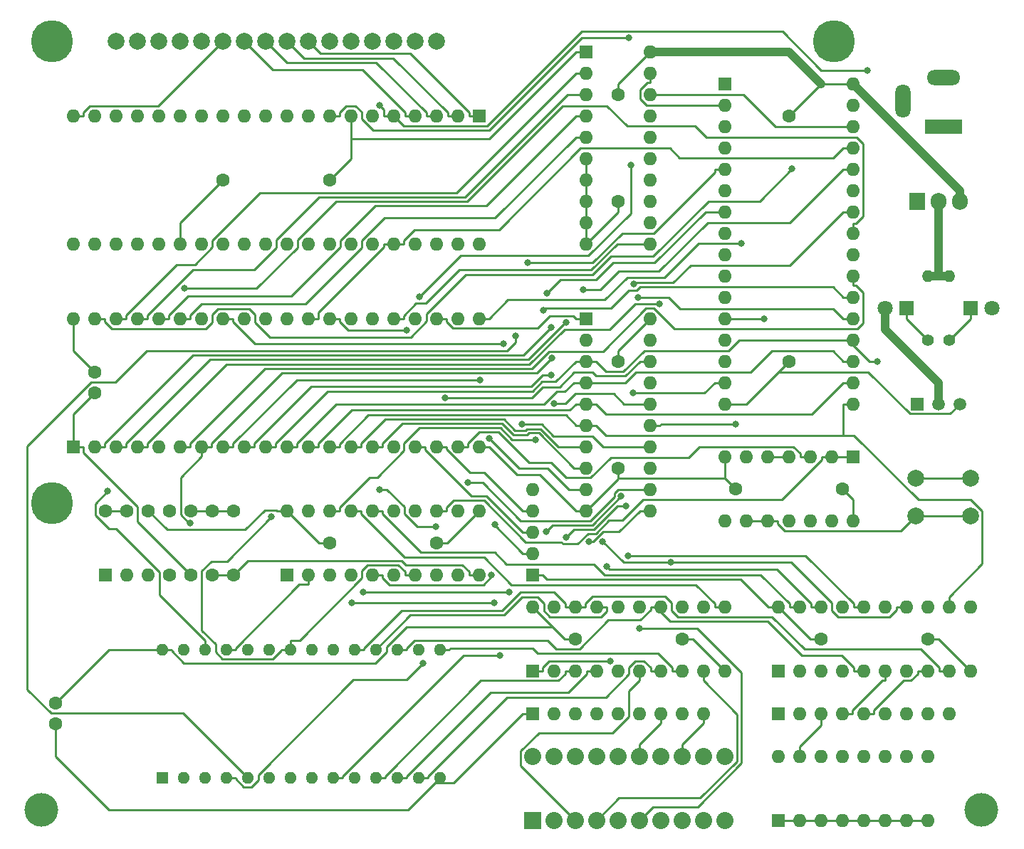
<source format=gbr>
%TF.GenerationSoftware,KiCad,Pcbnew,7.0.7*%
%TF.CreationDate,2023-09-27T12:16:48+03:00*%
%TF.ProjectId,main,6d61696e-2e6b-4696-9361-645f70636258,rev?*%
%TF.SameCoordinates,Original*%
%TF.FileFunction,Copper,L1,Top*%
%TF.FilePolarity,Positive*%
%FSLAX46Y46*%
G04 Gerber Fmt 4.6, Leading zero omitted, Abs format (unit mm)*
G04 Created by KiCad (PCBNEW 7.0.7) date 2023-09-27 12:16:48*
%MOMM*%
%LPD*%
G01*
G04 APERTURE LIST*
%TA.AperFunction,ComponentPad*%
%ADD10R,1.800000X1.800000*%
%TD*%
%TA.AperFunction,ComponentPad*%
%ADD11C,1.800000*%
%TD*%
%TA.AperFunction,ComponentPad*%
%ADD12R,1.600000X1.600000*%
%TD*%
%TA.AperFunction,ComponentPad*%
%ADD13O,1.600000X1.600000*%
%TD*%
%TA.AperFunction,ComponentPad*%
%ADD14C,1.600000*%
%TD*%
%TA.AperFunction,ComponentPad*%
%ADD15C,4.000000*%
%TD*%
%TA.AperFunction,ComponentPad*%
%ADD16R,1.440000X1.440000*%
%TD*%
%TA.AperFunction,ComponentPad*%
%ADD17O,1.440000X1.440000*%
%TD*%
%TA.AperFunction,ComponentPad*%
%ADD18R,4.400000X1.800000*%
%TD*%
%TA.AperFunction,ComponentPad*%
%ADD19O,4.000000X1.800000*%
%TD*%
%TA.AperFunction,ComponentPad*%
%ADD20O,1.800000X4.000000*%
%TD*%
%TA.AperFunction,ComponentPad*%
%ADD21C,1.400000*%
%TD*%
%TA.AperFunction,ComponentPad*%
%ADD22O,1.400000X1.400000*%
%TD*%
%TA.AperFunction,ComponentPad*%
%ADD23C,5.000000*%
%TD*%
%TA.AperFunction,ComponentPad*%
%ADD24C,2.000000*%
%TD*%
%TA.AperFunction,ComponentPad*%
%ADD25R,1.500000X1.500000*%
%TD*%
%TA.AperFunction,ComponentPad*%
%ADD26C,1.500000*%
%TD*%
%TA.AperFunction,ComponentPad*%
%ADD27R,2.032000X2.032000*%
%TD*%
%TA.AperFunction,ComponentPad*%
%ADD28C,2.032000*%
%TD*%
%TA.AperFunction,ComponentPad*%
%ADD29R,1.905000X2.000000*%
%TD*%
%TA.AperFunction,ComponentPad*%
%ADD30O,1.905000X2.000000*%
%TD*%
%TA.AperFunction,ViaPad*%
%ADD31C,0.800000*%
%TD*%
%TA.AperFunction,Conductor*%
%ADD32C,0.250000*%
%TD*%
%TA.AperFunction,Conductor*%
%ADD33C,1.000000*%
%TD*%
G04 APERTURE END LIST*
D10*
%TO.P,D1,1,K*%
%TO.N,Net-(D1-K)*%
X121920000Y73660000D03*
D11*
%TO.P,D1,2,A*%
%TO.N,+5V*%
X119380000Y73660000D03*
%TD*%
D12*
%TO.P,U4,1,OE*%
%TO.N,GND*%
X83820000Y72390000D03*
D13*
%TO.P,U4,2,D0*%
%TO.N,AD_{7}*%
X83820000Y69850000D03*
%TO.P,U4,3,D1*%
%TO.N,AD_{6}*%
X83820000Y67310000D03*
%TO.P,U4,4,D2*%
%TO.N,AD_{5}*%
X83820000Y64770000D03*
%TO.P,U4,5,D3*%
%TO.N,AD_{4}*%
X83820000Y62230000D03*
%TO.P,U4,6,D4*%
%TO.N,AD_{3}*%
X83820000Y59690000D03*
%TO.P,U4,7,D5*%
%TO.N,AD_{2}*%
X83820000Y57150000D03*
%TO.P,U4,8,D6*%
%TO.N,AD_{1}*%
X83820000Y54610000D03*
%TO.P,U4,9,D7*%
%TO.N,AD_{0}*%
X83820000Y52070000D03*
%TO.P,U4,10,GND*%
%TO.N,GND*%
X83820000Y49530000D03*
%TO.P,U4,11,Load*%
%TO.N,ALE*%
X91440000Y49530000D03*
%TO.P,U4,12,Q7*%
%TO.N,A_{0}*%
X91440000Y52070000D03*
%TO.P,U4,13,Q6*%
%TO.N,A_{1}*%
X91440000Y54610000D03*
%TO.P,U4,14,Q5*%
%TO.N,A_{2}*%
X91440000Y57150000D03*
%TO.P,U4,15,Q4*%
%TO.N,A_{3}*%
X91440000Y59690000D03*
%TO.P,U4,16,Q3*%
%TO.N,A_{4}*%
X91440000Y62230000D03*
%TO.P,U4,17,Q2*%
%TO.N,A_{5}*%
X91440000Y64770000D03*
%TO.P,U4,18,Q1*%
%TO.N,A_{6}*%
X91440000Y67310000D03*
%TO.P,U4,19,Q0*%
%TO.N,A_{7}*%
X91440000Y69850000D03*
%TO.P,U4,20,VCC*%
%TO.N,+5V*%
X91440000Y72390000D03*
%TD*%
D14*
%TO.P,C2,1*%
%TO.N,+5V*%
X40640000Y88900000D03*
%TO.P,C2,2*%
%TO.N,GND*%
X53340000Y88900000D03*
%TD*%
D12*
%TO.P,RN4,1,common*%
%TO.N,GND*%
X106680000Y25400000D03*
D13*
%TO.P,RN4,2,R1*%
%TO.N,Net-(RN4-R1)*%
X109220000Y25400000D03*
%TO.P,RN4,3,R2*%
%TO.N,Net-(RN4-R2)*%
X111760000Y25400000D03*
%TO.P,RN4,4,R3*%
%TO.N,Net-(RN4-R3)*%
X114300000Y25400000D03*
%TO.P,RN4,5,R4*%
%TO.N,Net-(RN4-R4)*%
X116840000Y25400000D03*
%TO.P,RN4,6,R5*%
%TO.N,Net-(RN4-R5)*%
X119380000Y25400000D03*
%TO.P,RN4,7,R6*%
%TO.N,Net-(RN4-R6)*%
X121920000Y25400000D03*
%TO.P,RN4,8,R7*%
%TO.N,Net-(RN4-R7)*%
X124460000Y25400000D03*
%TO.P,RN4,9,R8*%
%TO.N,Net-(RN4-R8)*%
X127000000Y25400000D03*
%TD*%
D15*
%TO.P,H1,*%
%TO.N,*%
X19050000Y13970000D03*
%TD*%
D14*
%TO.P,C10,1*%
%TO.N,+5V*%
X111760000Y34290000D03*
%TO.P,C10,2*%
%TO.N,GND*%
X124460000Y34290000D03*
%TD*%
D12*
%TO.P,U1,1,GND*%
%TO.N,GND*%
X22860000Y57150000D03*
D13*
%TO.P,U1,2,A14*%
%TO.N,A_{14}*%
X25400000Y57150000D03*
%TO.P,U1,3,A13*%
%TO.N,A_{13}*%
X27940000Y57150000D03*
%TO.P,U1,4,A12*%
%TO.N,A_{12}*%
X30480000Y57150000D03*
%TO.P,U1,5,A11*%
%TO.N,A_{11}*%
X33020000Y57150000D03*
%TO.P,U1,6,A10*%
%TO.N,A_{10}*%
X35560000Y57150000D03*
%TO.P,U1,7,A9*%
%TO.N,A_{9}*%
X38100000Y57150000D03*
%TO.P,U1,8,A8*%
%TO.N,A_{8}*%
X40640000Y57150000D03*
%TO.P,U1,9,AD7*%
%TO.N,AD_{7}*%
X43180000Y57150000D03*
%TO.P,U1,10,AD6*%
%TO.N,AD_{6}*%
X45720000Y57150000D03*
%TO.P,U1,11,AD5*%
%TO.N,AD_{5}*%
X48260000Y57150000D03*
%TO.P,U1,12,AD4*%
%TO.N,AD_{4}*%
X50800000Y57150000D03*
%TO.P,U1,13,AD3*%
%TO.N,AD_{3}*%
X53340000Y57150000D03*
%TO.P,U1,14,AD2*%
%TO.N,AD_{2}*%
X55880000Y57150000D03*
%TO.P,U1,15,AD1*%
%TO.N,AD_{1}*%
X58420000Y57150000D03*
%TO.P,U1,16,AD0*%
%TO.N,AD_{0}*%
X60960000Y57150000D03*
%TO.P,U1,17,NMI*%
%TO.N,Net-(RN1B-R2.2)*%
X63500000Y57150000D03*
%TO.P,U1,18,INTR*%
%TO.N,Net-(RN1C-R3.2)*%
X66040000Y57150000D03*
%TO.P,U1,19,CLK*%
%TO.N,CLK*%
X68580000Y57150000D03*
%TO.P,U1,20,GND*%
%TO.N,GND*%
X71120000Y57150000D03*
%TO.P,U1,21,RESET*%
%TO.N,RES*%
X71120000Y72390000D03*
%TO.P,U1,22,READY*%
%TO.N,Net-(RN1A-R1.2)*%
X68580000Y72390000D03*
%TO.P,U1,23,~{TEST}*%
%TO.N,GND*%
X66040000Y72390000D03*
%TO.P,U1,24,~{INTA}*%
%TO.N,unconnected-(U1-~{INTA}-Pad24)*%
X63500000Y72390000D03*
%TO.P,U1,25,ALE*%
%TO.N,ALE*%
X60960000Y72390000D03*
%TO.P,U1,26,DEN*%
%TO.N,unconnected-(U1-DEN-Pad26)*%
X58420000Y72390000D03*
%TO.P,U1,27,DT/~{R}*%
%TO.N,unconnected-(U1-DT{slash}~{R}-Pad27)*%
X55880000Y72390000D03*
%TO.P,U1,28,IO/~{M}*%
%TO.N,IO{slash}~{M}*%
X53340000Y72390000D03*
%TO.P,U1,29,WR*%
%TO.N,~{WR}*%
X50800000Y72390000D03*
%TO.P,U1,30,HLDA*%
%TO.N,unconnected-(U1-HLDA-Pad30)*%
X48260000Y72390000D03*
%TO.P,U1,31,HOLD*%
%TO.N,unconnected-(U1-HOLD-Pad31)*%
X45720000Y72390000D03*
%TO.P,U1,32,~{RD}*%
%TO.N,~{RD}*%
X43180000Y72390000D03*
%TO.P,U1,33,MN/~{MX}*%
%TO.N,Net-(RN1D-R4.2)*%
X40640000Y72390000D03*
%TO.P,U1,34,~{SSO}*%
%TO.N,unconnected-(U1-~{SSO}-Pad34)*%
X38100000Y72390000D03*
%TO.P,U1,35,A19/S6*%
%TO.N,AS_{19}*%
X35560000Y72390000D03*
%TO.P,U1,36,A18/S5*%
%TO.N,AS_{18}*%
X33020000Y72390000D03*
%TO.P,U1,37,A17/S4*%
%TO.N,AS_{17}*%
X30480000Y72390000D03*
%TO.P,U1,38,A16/S3*%
%TO.N,AS_{16}*%
X27940000Y72390000D03*
%TO.P,U1,39,A15*%
%TO.N,A_{15}*%
X25400000Y72390000D03*
%TO.P,U1,40,VCC*%
%TO.N,+5V*%
X22860000Y72390000D03*
%TD*%
D14*
%TO.P,C5,1*%
%TO.N,+5V*%
X87630000Y67310000D03*
%TO.P,C5,2*%
%TO.N,GND*%
X87630000Y54610000D03*
%TD*%
%TO.P,C7,1*%
%TO.N,+5V*%
X53340000Y45720000D03*
%TO.P,C7,2*%
%TO.N,GND*%
X66040000Y45720000D03*
%TD*%
D12*
%TO.P,U14,1,1OE*%
%TO.N,IN~{EN}*%
X106680000Y30480000D03*
D13*
%TO.P,U14,2,1A0*%
%TO.N,Net-(RN4-R1)*%
X109220000Y30480000D03*
%TO.P,U14,3,2Y0*%
%TO.N,AD_{4}*%
X111760000Y30480000D03*
%TO.P,U14,4,1A1*%
%TO.N,Net-(RN4-R2)*%
X114300000Y30480000D03*
%TO.P,U14,5,2Y1*%
%TO.N,AD_{5}*%
X116840000Y30480000D03*
%TO.P,U14,6,1A2*%
%TO.N,Net-(RN4-R3)*%
X119380000Y30480000D03*
%TO.P,U14,7,2Y2*%
%TO.N,AD_{6}*%
X121920000Y30480000D03*
%TO.P,U14,8,1A3*%
%TO.N,Net-(RN4-R4)*%
X124460000Y30480000D03*
%TO.P,U14,9,2Y3*%
%TO.N,AD_{7}*%
X127000000Y30480000D03*
%TO.P,U14,10,GND*%
%TO.N,GND*%
X129540000Y30480000D03*
%TO.P,U14,11,2A3*%
%TO.N,Net-(RN4-R8)*%
X129540000Y38100000D03*
%TO.P,U14,12,1Y3*%
%TO.N,AD_{3}*%
X127000000Y38100000D03*
%TO.P,U14,13,2A2*%
%TO.N,Net-(RN4-R7)*%
X124460000Y38100000D03*
%TO.P,U14,14,1Y2*%
%TO.N,AD_{2}*%
X121920000Y38100000D03*
%TO.P,U14,15,2A1*%
%TO.N,Net-(RN4-R6)*%
X119380000Y38100000D03*
%TO.P,U14,16,1Y1*%
%TO.N,AD_{1}*%
X116840000Y38100000D03*
%TO.P,U14,17,2A0*%
%TO.N,Net-(RN4-R5)*%
X114300000Y38100000D03*
%TO.P,U14,18,1Y0*%
%TO.N,AD_{0}*%
X111760000Y38100000D03*
%TO.P,U14,19,2OE*%
%TO.N,IN~{EN}*%
X109220000Y38100000D03*
%TO.P,U14,20,VCC*%
%TO.N,+5V*%
X106680000Y38100000D03*
%TD*%
D14*
%TO.P,C3,1*%
%TO.N,+5V*%
X25400000Y66040000D03*
%TO.P,C3,2*%
%TO.N,GND*%
X25400000Y63540000D03*
%TD*%
D16*
%TO.P,U2,1,A15*%
%TO.N,A_{15}*%
X33420000Y17780000D03*
D17*
%TO.P,U2,2,A12*%
%TO.N,A_{12}*%
X35960000Y17780000D03*
%TO.P,U2,3,A7*%
%TO.N,A_{7}*%
X38500000Y17780000D03*
%TO.P,U2,4,A6*%
%TO.N,A_{6}*%
X41040000Y17780000D03*
%TO.P,U2,5,A5*%
%TO.N,A_{5}*%
X43580000Y17780000D03*
%TO.P,U2,6,A4*%
%TO.N,A_{4}*%
X46120000Y17780000D03*
%TO.P,U2,7,A3*%
%TO.N,A_{3}*%
X48660000Y17780000D03*
%TO.P,U2,8,A2*%
%TO.N,A_{2}*%
X51200000Y17780000D03*
%TO.P,U2,9,A1*%
%TO.N,A_{1}*%
X53740000Y17780000D03*
%TO.P,U2,10,A0*%
%TO.N,A_{0}*%
X56280000Y17780000D03*
%TO.P,U2,11,D0*%
%TO.N,AD_{0}*%
X58820000Y17780000D03*
%TO.P,U2,12,D1*%
%TO.N,AD_{1}*%
X61360000Y17780000D03*
%TO.P,U2,13,D2*%
%TO.N,AD_{2}*%
X63900000Y17780000D03*
%TO.P,U2,14,GND*%
%TO.N,GND*%
X66440000Y17780000D03*
%TO.P,U2,15,D3*%
%TO.N,AD_{3}*%
X66440000Y33020000D03*
%TO.P,U2,16,D4*%
%TO.N,AD_{4}*%
X63900000Y33020000D03*
%TO.P,U2,17,D5*%
%TO.N,AD_{5}*%
X61360000Y33020000D03*
%TO.P,U2,18,D6*%
%TO.N,AD_{6}*%
X58820000Y33020000D03*
%TO.P,U2,19,D7*%
%TO.N,AD_{7}*%
X56280000Y33020000D03*
%TO.P,U2,20,~{CE}*%
%TO.N,ROM~{EN}*%
X53740000Y33020000D03*
%TO.P,U2,21,A10*%
%TO.N,A_{10}*%
X51200000Y33020000D03*
%TO.P,U2,22,~{OE}*%
%TO.N,~{RD}*%
X48660000Y33020000D03*
%TO.P,U2,23,A11*%
%TO.N,A_{11}*%
X46120000Y33020000D03*
%TO.P,U2,24,A9*%
%TO.N,A_{9}*%
X43580000Y33020000D03*
%TO.P,U2,25,A8*%
%TO.N,A_{8}*%
X41040000Y33020000D03*
%TO.P,U2,26,A13*%
%TO.N,A_{13}*%
X38500000Y33020000D03*
%TO.P,U2,27,A14*%
%TO.N,A_{14}*%
X35960000Y33020000D03*
%TO.P,U2,28,VCC*%
%TO.N,+5V*%
X33420000Y33020000D03*
%TD*%
D14*
%TO.P,C6,1*%
%TO.N,+5V*%
X107950000Y96520000D03*
%TO.P,C6,2*%
%TO.N,GND*%
X107950000Y67310000D03*
%TD*%
D10*
%TO.P,D2,1,K*%
%TO.N,Net-(D2-K)*%
X129540000Y73660000D03*
D11*
%TO.P,D2,2,A*%
%TO.N,RES*%
X132080000Y73660000D03*
%TD*%
D14*
%TO.P,C4,1*%
%TO.N,+5V*%
X87630000Y99060000D03*
%TO.P,C4,2*%
%TO.N,GND*%
X87630000Y86360000D03*
%TD*%
D12*
%TO.P,RN3,1,common*%
%TO.N,GND*%
X77470000Y25400000D03*
D13*
%TO.P,RN3,2,R1*%
%TO.N,Net-(RN3-R1)*%
X80010000Y25400000D03*
%TO.P,RN3,3,R2*%
%TO.N,Net-(RN3-R2)*%
X82550000Y25400000D03*
%TO.P,RN3,4,R3*%
%TO.N,Net-(RN3-R3)*%
X85090000Y25400000D03*
%TO.P,RN3,5,R4*%
%TO.N,Net-(RN3-R4)*%
X87630000Y25400000D03*
%TO.P,RN3,6,R5*%
%TO.N,Net-(RN3-R5)*%
X90170000Y25400000D03*
%TO.P,RN3,7,R6*%
%TO.N,Net-(RN3-R6)*%
X92710000Y25400000D03*
%TO.P,RN3,8,R7*%
%TO.N,Net-(RN3-R7)*%
X95250000Y25400000D03*
%TO.P,RN3,9,R8*%
%TO.N,Net-(RN3-R8)*%
X97790000Y25400000D03*
%TD*%
D15*
%TO.P,H2,*%
%TO.N,*%
X130810000Y13970000D03*
%TD*%
D18*
%TO.P,J1,1*%
%TO.N,Net-(U10-IN)*%
X126330000Y95250000D03*
D19*
%TO.P,J1,2*%
%TO.N,GND*%
X126330000Y101050000D03*
D20*
%TO.P,J1,3*%
%TO.N,N/C*%
X121530000Y98250000D03*
%TD*%
D12*
%TO.P,U13,1,~{Mr}*%
%TO.N,Net-(U13-~{Mr})*%
X77470000Y30480000D03*
D13*
%TO.P,U13,2,Q0*%
%TO.N,Net-(U13-Q0)*%
X80010000Y30480000D03*
%TO.P,U13,3,D0*%
%TO.N,AD_{0}*%
X82550000Y30480000D03*
%TO.P,U13,4,D1*%
%TO.N,AD_{1}*%
X85090000Y30480000D03*
%TO.P,U13,5,Q1*%
%TO.N,Net-(U13-Q1)*%
X87630000Y30480000D03*
%TO.P,U13,6,Q2*%
%TO.N,Net-(U13-Q2)*%
X90170000Y30480000D03*
%TO.P,U13,7,D2*%
%TO.N,AD_{2}*%
X92710000Y30480000D03*
%TO.P,U13,8,D3*%
%TO.N,AD_{3}*%
X95250000Y30480000D03*
%TO.P,U13,9,Q3*%
%TO.N,Net-(U13-Q3)*%
X97790000Y30480000D03*
%TO.P,U13,10,GND*%
%TO.N,GND*%
X100330000Y30480000D03*
%TO.P,U13,11,Cp*%
%TO.N,OUT~{EN}*%
X100330000Y38100000D03*
%TO.P,U13,12,Q4*%
%TO.N,Net-(U13-Q4)*%
X97790000Y38100000D03*
%TO.P,U13,13,D4*%
%TO.N,AD_{4}*%
X95250000Y38100000D03*
%TO.P,U13,14,D5*%
%TO.N,AD_{5}*%
X92710000Y38100000D03*
%TO.P,U13,15,Q5*%
%TO.N,Net-(U13-Q5)*%
X90170000Y38100000D03*
%TO.P,U13,16,Q6*%
%TO.N,Net-(U13-Q6)*%
X87630000Y38100000D03*
%TO.P,U13,17,D6*%
%TO.N,AD_{6}*%
X85090000Y38100000D03*
%TO.P,U13,18,D7*%
%TO.N,AD_{7}*%
X82550000Y38100000D03*
%TO.P,U13,19,Q7*%
%TO.N,Net-(U13-Q7)*%
X80010000Y38100000D03*
%TO.P,U13,20,VCC*%
%TO.N,+5V*%
X77470000Y38100000D03*
%TD*%
D12*
%TO.P,RN1,1,R1*%
%TO.N,+5V*%
X77470000Y41890000D03*
D13*
%TO.P,RN1,2,R1.2*%
%TO.N,Net-(RN1A-R1.2)*%
X77470000Y44430000D03*
%TO.P,RN1,3,R2.2*%
%TO.N,Net-(RN1B-R2.2)*%
X77470000Y46970000D03*
%TO.P,RN1,4,R3.2*%
%TO.N,Net-(RN1C-R3.2)*%
X77470000Y49510000D03*
%TO.P,RN1,5,R4.2*%
%TO.N,Net-(RN1D-R4.2)*%
X77470000Y52050000D03*
%TD*%
D21*
%TO.P,R3,1*%
%TO.N,Net-(D2-K)*%
X127000000Y69850000D03*
D22*
%TO.P,R3,2*%
%TO.N,GND*%
X127000000Y77470000D03*
%TD*%
D14*
%TO.P,U11,*%
%TO.N,*%
X34290000Y49530000D03*
X34290000Y41910000D03*
D12*
%TO.P,U11,1,EN*%
%TO.N,unconnected-(U11-EN-Pad1)*%
X26670000Y41910000D03*
D13*
%TO.P,U11,2*%
%TO.N,unconnected-(U11-Pad2)*%
X29210000Y41910000D03*
%TO.P,U11,3*%
%TO.N,unconnected-(U11-Pad3)*%
X31750000Y41910000D03*
D14*
%TO.P,U11,5*%
%TO.N,GND*%
X36830000Y41910000D03*
%TO.P,U11,6*%
X39370000Y41910000D03*
%TO.P,U11,7,GND*%
X41910000Y41910000D03*
%TO.P,U11,8,OUT*%
%TO.N,Net-(U11-OUT)*%
X41910000Y49530000D03*
%TO.P,U11,9*%
X39370000Y49530000D03*
%TO.P,U11,10*%
X36830000Y49530000D03*
%TO.P,U11,12*%
%TO.N,+5V*%
X31750000Y49530000D03*
%TO.P,U11,13*%
X29210000Y49530000D03*
%TO.P,U11,14,Vcc*%
X26670000Y49530000D03*
%TD*%
D12*
%TO.P,U3,1,A18*%
%TO.N,A_{18}*%
X100330000Y100330000D03*
D13*
%TO.P,U3,2,A16*%
%TO.N,A_{16}*%
X100330000Y97790000D03*
%TO.P,U3,3,A14*%
%TO.N,A_{14}*%
X100330000Y95250000D03*
%TO.P,U3,4,A12*%
%TO.N,A_{12}*%
X100330000Y92710000D03*
%TO.P,U3,5,A7*%
%TO.N,A_{7}*%
X100330000Y90170000D03*
%TO.P,U3,6,A6*%
%TO.N,A_{6}*%
X100330000Y87630000D03*
%TO.P,U3,7,A5*%
%TO.N,A_{5}*%
X100330000Y85090000D03*
%TO.P,U3,8,A4*%
%TO.N,A_{4}*%
X100330000Y82550000D03*
%TO.P,U3,9,A3*%
%TO.N,A_{3}*%
X100330000Y80010000D03*
%TO.P,U3,10,A2*%
%TO.N,A_{2}*%
X100330000Y77470000D03*
%TO.P,U3,11,A1*%
%TO.N,A_{1}*%
X100330000Y74930000D03*
%TO.P,U3,12,A0*%
%TO.N,A_{0}*%
X100330000Y72390000D03*
%TO.P,U3,13,DQ0*%
%TO.N,AD_{0}*%
X100330000Y69850000D03*
%TO.P,U3,14,DQ1*%
%TO.N,AD_{1}*%
X100330000Y67310000D03*
%TO.P,U3,15,DQ2*%
%TO.N,AD_{2}*%
X100330000Y64770000D03*
%TO.P,U3,16,VSS*%
%TO.N,GND*%
X100330000Y62230000D03*
%TO.P,U3,17,DQ3*%
%TO.N,AD_{3}*%
X115570000Y62230000D03*
%TO.P,U3,18,DQ4*%
%TO.N,AD_{4}*%
X115570000Y64770000D03*
%TO.P,U3,19,DQ5*%
%TO.N,AD_{5}*%
X115570000Y67310000D03*
%TO.P,U3,20,DQ6*%
%TO.N,AD_{6}*%
X115570000Y69850000D03*
%TO.P,U3,21,DQ7*%
%TO.N,AD_{7}*%
X115570000Y72390000D03*
%TO.P,U3,22,CE#*%
%TO.N,RAM~{EN}*%
X115570000Y74930000D03*
%TO.P,U3,23,A10*%
%TO.N,A_{10}*%
X115570000Y77470000D03*
%TO.P,U3,24,OE#*%
%TO.N,~{RD}*%
X115570000Y80010000D03*
%TO.P,U3,25,A11*%
%TO.N,A_{11}*%
X115570000Y82550000D03*
%TO.P,U3,26,A9*%
%TO.N,A_{9}*%
X115570000Y85090000D03*
%TO.P,U3,27,A8*%
%TO.N,A_{8}*%
X115570000Y87630000D03*
%TO.P,U3,28,A13*%
%TO.N,A_{13}*%
X115570000Y90170000D03*
%TO.P,U3,29,WE#*%
%TO.N,~{WR}*%
X115570000Y92710000D03*
%TO.P,U3,30,A17*%
%TO.N,A_{17}*%
X115570000Y95250000D03*
%TO.P,U3,31,A15*%
%TO.N,A_{15}*%
X115570000Y97790000D03*
%TO.P,U3,32,VCC*%
%TO.N,+5V*%
X115570000Y100330000D03*
%TD*%
D12*
%TO.P,SW6,1*%
%TO.N,+5V*%
X106680000Y12700000D03*
D13*
%TO.P,SW6,2*%
X109220000Y12700000D03*
%TO.P,SW6,3*%
X111760000Y12700000D03*
%TO.P,SW6,4*%
X114300000Y12700000D03*
%TO.P,SW6,5*%
X116840000Y12700000D03*
%TO.P,SW6,6*%
X119380000Y12700000D03*
%TO.P,SW6,7*%
X121920000Y12700000D03*
%TO.P,SW6,8*%
X124460000Y12700000D03*
%TO.P,SW6,9*%
%TO.N,Net-(RN4-R8)*%
X124460000Y20320000D03*
%TO.P,SW6,10*%
%TO.N,Net-(RN4-R7)*%
X121920000Y20320000D03*
%TO.P,SW6,11*%
%TO.N,Net-(RN4-R6)*%
X119380000Y20320000D03*
%TO.P,SW6,12*%
%TO.N,Net-(RN4-R5)*%
X116840000Y20320000D03*
%TO.P,SW6,13*%
%TO.N,Net-(RN4-R4)*%
X114300000Y20320000D03*
%TO.P,SW6,14*%
%TO.N,Net-(RN4-R3)*%
X111760000Y20320000D03*
%TO.P,SW6,15*%
%TO.N,Net-(RN4-R2)*%
X109220000Y20320000D03*
%TO.P,SW6,16*%
%TO.N,Net-(RN4-R1)*%
X106680000Y20320000D03*
%TD*%
D14*
%TO.P,C8,2*%
%TO.N,GND*%
X101600000Y52150000D03*
%TO.P,C8,1*%
%TO.N,+5V*%
X114300000Y52150000D03*
%TD*%
%TO.P,C11,1*%
%TO.N,+5V*%
X20720000Y26670000D03*
%TO.P,C11,2*%
%TO.N,GND*%
X20720000Y24170000D03*
%TD*%
D23*
%TO.P,LCD1,*%
%TO.N,*%
X20320000Y105410000D03*
X20320000Y50450000D03*
D24*
X33020000Y105410000D03*
X63500000Y105410000D03*
X66040000Y105410000D03*
D23*
X113280000Y105410000D03*
D24*
%TO.P,LCD1,1,GND*%
%TO.N,GND*%
X27940000Y105410000D03*
%TO.P,LCD1,2,Vdd*%
%TO.N,+5V*%
X30480000Y105410000D03*
%TO.P,LCD1,4,RS*%
%TO.N,Net-(LCD1-RS)*%
X35560000Y105410000D03*
%TO.P,LCD1,5,R~{W}*%
%TO.N,Net-(LCD1-R~{W})*%
X38100000Y105410000D03*
%TO.P,LCD1,6,E*%
%TO.N,Net-(LCD1-E)*%
X40640000Y105410000D03*
%TO.P,LCD1,7,D_{0}*%
%TO.N,Net-(LCD1-D_{0})*%
X43180000Y105410000D03*
%TO.P,LCD1,8,D_{1}*%
%TO.N,Net-(LCD1-D_{1})*%
X45720000Y105410000D03*
%TO.P,LCD1,9,D_{2}*%
%TO.N,Net-(LCD1-D_{2})*%
X48260000Y105410000D03*
%TO.P,LCD1,10,D_{3}*%
%TO.N,Net-(LCD1-D_{3})*%
X50800000Y105410000D03*
%TO.P,LCD1,11,D_{4}*%
%TO.N,Net-(LCD1-D_{4})*%
X53340000Y105410000D03*
%TO.P,LCD1,12,D_{5}*%
%TO.N,Net-(LCD1-D_{5})*%
X55880000Y105410000D03*
%TO.P,LCD1,13,D_{6}*%
%TO.N,Net-(LCD1-D_{6})*%
X58420000Y105410000D03*
%TO.P,LCD1,14,D_{7}*%
%TO.N,Net-(LCD1-D_{7})*%
X60960000Y105410000D03*
%TD*%
D12*
%TO.P,U12,1,PA3*%
%TO.N,Net-(LCD1-D_{3})*%
X71120000Y96520000D03*
D13*
%TO.P,U12,2,PA2*%
%TO.N,Net-(LCD1-D_{2})*%
X68580000Y96520000D03*
%TO.P,U12,3,PA1*%
%TO.N,Net-(LCD1-D_{1})*%
X66040000Y96520000D03*
%TO.P,U12,4,PA0*%
%TO.N,Net-(LCD1-D_{0})*%
X63500000Y96520000D03*
%TO.P,U12,5,~{RD}*%
%TO.N,~{RD}*%
X60960000Y96520000D03*
%TO.P,U12,6,~{CS}*%
%TO.N,IO~{EN}*%
X58420000Y96520000D03*
%TO.P,U12,7,GND*%
%TO.N,GND*%
X55880000Y96520000D03*
%TO.P,U12,8,A1*%
%TO.N,A_{1}*%
X53340000Y96520000D03*
%TO.P,U12,9,A0*%
%TO.N,A_{0}*%
X50800000Y96520000D03*
%TO.P,U12,10,PC7*%
%TO.N,unconnected-(U12-PC7-Pad10)*%
X48260000Y96520000D03*
%TO.P,U12,11,PC6*%
%TO.N,unconnected-(U12-PC6-Pad11)*%
X45720000Y96520000D03*
%TO.P,U12,12,PC5*%
%TO.N,unconnected-(U12-PC5-Pad12)*%
X43180000Y96520000D03*
%TO.P,U12,13,PC4*%
%TO.N,unconnected-(U12-PC4-Pad13)*%
X40640000Y96520000D03*
%TO.P,U12,14,PC0*%
%TO.N,unconnected-(U12-PC0-Pad14)*%
X38100000Y96520000D03*
%TO.P,U12,15,PC1*%
%TO.N,unconnected-(U12-PC1-Pad15)*%
X35560000Y96520000D03*
%TO.P,U12,16,PC2*%
%TO.N,unconnected-(U12-PC2-Pad16)*%
X33020000Y96520000D03*
%TO.P,U12,17,PC3*%
%TO.N,unconnected-(U12-PC3-Pad17)*%
X30480000Y96520000D03*
%TO.P,U12,18,PB0*%
%TO.N,Net-(LCD1-RS)*%
X27940000Y96520000D03*
%TO.P,U12,19,PB1*%
%TO.N,Net-(LCD1-R~{W})*%
X25400000Y96520000D03*
%TO.P,U12,20,PB2*%
%TO.N,Net-(LCD1-E)*%
X22860000Y96520000D03*
%TO.P,U12,21,PB3*%
%TO.N,unconnected-(U12-PB3-Pad21)*%
X22860000Y81280000D03*
%TO.P,U12,22,PB4*%
%TO.N,unconnected-(U12-PB4-Pad22)*%
X25400000Y81280000D03*
%TO.P,U12,23,PB5*%
%TO.N,unconnected-(U12-PB5-Pad23)*%
X27940000Y81280000D03*
%TO.P,U12,24,PB6*%
%TO.N,unconnected-(U12-PB6-Pad24)*%
X30480000Y81280000D03*
%TO.P,U12,25,PB7*%
%TO.N,unconnected-(U12-PB7-Pad25)*%
X33020000Y81280000D03*
%TO.P,U12,26,VCC*%
%TO.N,+5V*%
X35560000Y81280000D03*
%TO.P,U12,27,D7*%
%TO.N,AD_{7}*%
X38100000Y81280000D03*
%TO.P,U12,28,D6*%
%TO.N,AD_{6}*%
X40640000Y81280000D03*
%TO.P,U12,29,D5*%
%TO.N,AD_{5}*%
X43180000Y81280000D03*
%TO.P,U12,30,D4*%
%TO.N,AD_{4}*%
X45720000Y81280000D03*
%TO.P,U12,31,D3*%
%TO.N,AD_{3}*%
X48260000Y81280000D03*
%TO.P,U12,32,D2*%
%TO.N,AD_{2}*%
X50800000Y81280000D03*
%TO.P,U12,33,D1*%
%TO.N,AD_{1}*%
X53340000Y81280000D03*
%TO.P,U12,34,D0*%
%TO.N,AD_{0}*%
X55880000Y81280000D03*
%TO.P,U12,35,RESET*%
%TO.N,RES*%
X58420000Y81280000D03*
%TO.P,U12,36,~{WR}*%
%TO.N,~{WR}*%
X60960000Y81280000D03*
%TO.P,U12,37,PA7*%
%TO.N,Net-(LCD1-D_{7})*%
X63500000Y81280000D03*
%TO.P,U12,38,PA6*%
%TO.N,Net-(LCD1-D_{6})*%
X66040000Y81280000D03*
%TO.P,U12,39,PA5*%
%TO.N,Net-(LCD1-D_{5})*%
X68580000Y81280000D03*
%TO.P,U12,40,PA4*%
%TO.N,Net-(LCD1-D_{4})*%
X71120000Y81280000D03*
%TD*%
D25*
%TO.P,U7,1,~{RST}*%
%TO.N,Net-(U7-~{RST})*%
X123190000Y62230000D03*
D26*
%TO.P,U7,2,VCC*%
%TO.N,+5V*%
X125730000Y62230000D03*
%TO.P,U7,3,GND*%
%TO.N,GND*%
X128270000Y62230000D03*
%TD*%
D14*
%TO.P,C9,1*%
%TO.N,+5V*%
X82550000Y34290000D03*
%TO.P,C9,2*%
%TO.N,GND*%
X95250000Y34290000D03*
%TD*%
D21*
%TO.P,R2,1*%
%TO.N,Net-(D1-K)*%
X124460000Y69850000D03*
D22*
%TO.P,R2,2*%
%TO.N,GND*%
X124460000Y77470000D03*
%TD*%
D13*
%TO.P,U8,14,VCC*%
%TO.N,+5V*%
X115570000Y48340000D03*
%TO.P,U8,13*%
%TO.N,unconnected-(U8-Pad13)*%
X113030000Y48340000D03*
%TO.P,U8,12*%
%TO.N,unconnected-(U8-Pad12)*%
X110490000Y48340000D03*
%TO.P,U8,11*%
%TO.N,unconnected-(U8-Pad11)*%
X107950000Y48340000D03*
%TO.P,U8,10*%
%TO.N,Net-(U7-~{RST})*%
X105410000Y48340000D03*
%TO.P,U8,9*%
X102870000Y48340000D03*
%TO.P,U8,8*%
%TO.N,RES*%
X100330000Y48340000D03*
%TO.P,U8,7,GND*%
%TO.N,GND*%
X100330000Y55960000D03*
%TO.P,U8,6*%
%TO.N,Net-(U13-~{Mr})*%
X102870000Y55960000D03*
%TO.P,U8,5*%
%TO.N,RES*%
X105410000Y55960000D03*
%TO.P,U8,4*%
X107950000Y55960000D03*
%TO.P,U8,3*%
%TO.N,CLK*%
X110490000Y55960000D03*
%TO.P,U8,2*%
%TO.N,Net-(U6-IO7)*%
X113030000Y55960000D03*
D12*
%TO.P,U8,1*%
X115570000Y55960000D03*
%TD*%
%TO.P,U6,1,I1/CLK*%
%TO.N,Net-(U11-OUT)*%
X48260000Y41910000D03*
D13*
%TO.P,U6,2,I2*%
%TO.N,A_{8}*%
X50800000Y41910000D03*
%TO.P,U6,3,I3*%
%TO.N,A_{16}*%
X53340000Y41910000D03*
%TO.P,U6,4,I4*%
%TO.N,A_{17}*%
X55880000Y41910000D03*
%TO.P,U6,5,I5*%
%TO.N,A_{18}*%
X58420000Y41910000D03*
%TO.P,U6,6,I6*%
%TO.N,A_{19}*%
X60960000Y41910000D03*
%TO.P,U6,7,I7*%
%TO.N,~{RD}*%
X63500000Y41910000D03*
%TO.P,U6,8,I8*%
%TO.N,~{WR}*%
X66040000Y41910000D03*
%TO.P,U6,9,I9*%
%TO.N,IO{slash}~{M}*%
X68580000Y41910000D03*
%TO.P,U6,10,GND*%
%TO.N,GND*%
X71120000Y41910000D03*
%TO.P,U6,11,I10/~{OE}*%
X71120000Y49530000D03*
%TO.P,U6,12,IO8*%
%TO.N,unconnected-(U6-IO8-Pad12)*%
X68580000Y49530000D03*
%TO.P,U6,13,IO7*%
%TO.N,Net-(U6-IO7)*%
X66040000Y49530000D03*
%TO.P,U6,14,IO6*%
%TO.N,unconnected-(U6-IO6-Pad14)*%
X63500000Y49530000D03*
%TO.P,U6,15,IO5*%
%TO.N,IO~{EN}*%
X60960000Y49530000D03*
%TO.P,U6,16,IO4*%
%TO.N,IN~{EN}*%
X58420000Y49530000D03*
%TO.P,U6,17,I03*%
%TO.N,OUT~{EN}*%
X55880000Y49530000D03*
%TO.P,U6,18,IO2*%
%TO.N,RAM~{EN}*%
X53340000Y49530000D03*
%TO.P,U6,19,IO1*%
%TO.N,ROM~{EN}*%
X50800000Y49530000D03*
%TO.P,U6,20,VCC*%
%TO.N,+5V*%
X48260000Y49530000D03*
%TD*%
D27*
%TO.P,BAR1,1,A*%
%TO.N,Net-(U13-Q0)*%
X77470000Y12700000D03*
D28*
%TO.P,BAR1,2,A*%
%TO.N,Net-(U13-Q1)*%
X80010000Y12700000D03*
%TO.P,BAR1,3,A*%
%TO.N,Net-(U13-Q2)*%
X82550000Y12700000D03*
%TO.P,BAR1,4,A*%
%TO.N,Net-(U13-Q3)*%
X85090000Y12700000D03*
%TO.P,BAR1,5,A*%
%TO.N,Net-(U13-Q4)*%
X87630000Y12700000D03*
%TO.P,BAR1,6,A*%
%TO.N,Net-(U13-Q5)*%
X90170000Y12700000D03*
%TO.P,BAR1,7,A*%
%TO.N,Net-(U13-Q6)*%
X92710000Y12700000D03*
%TO.P,BAR1,8,A*%
%TO.N,Net-(U13-Q7)*%
X95250000Y12700000D03*
%TO.P,BAR1,9,A*%
%TO.N,unconnected-(BAR1-A-Pad9)*%
X97790000Y12700000D03*
%TO.P,BAR1,10,A*%
%TO.N,unconnected-(BAR1-A-Pad10)*%
X100330000Y12700000D03*
%TO.P,BAR1,11,K*%
%TO.N,unconnected-(BAR1-K-Pad11)*%
X100330000Y20320000D03*
%TO.P,BAR1,12,K*%
%TO.N,unconnected-(BAR1-K-Pad12)*%
X97790000Y20320000D03*
%TO.P,BAR1,13,K*%
%TO.N,Net-(RN3-R8)*%
X95250000Y20320000D03*
%TO.P,BAR1,14,K*%
%TO.N,Net-(RN3-R7)*%
X92710000Y20320000D03*
%TO.P,BAR1,15,K*%
%TO.N,Net-(RN3-R6)*%
X90170000Y20320000D03*
%TO.P,BAR1,16,K*%
%TO.N,Net-(RN3-R5)*%
X87630000Y20320000D03*
%TO.P,BAR1,17,K*%
%TO.N,Net-(RN3-R4)*%
X85090000Y20320000D03*
%TO.P,BAR1,18,K*%
%TO.N,Net-(RN3-R3)*%
X82550000Y20320000D03*
%TO.P,BAR1,19,K*%
%TO.N,Net-(RN3-R2)*%
X80010000Y20320000D03*
%TO.P,BAR1,20,K*%
%TO.N,Net-(RN3-R1)*%
X77470000Y20320000D03*
%TD*%
D12*
%TO.P,U5,1,OE*%
%TO.N,GND*%
X83820000Y104140000D03*
D13*
%TO.P,U5,2,D0*%
%TO.N,AS_{16}*%
X83820000Y101600000D03*
%TO.P,U5,3,D1*%
%TO.N,AS_{17}*%
X83820000Y99060000D03*
%TO.P,U5,4,D2*%
%TO.N,AS_{18}*%
X83820000Y96520000D03*
%TO.P,U5,5,D3*%
%TO.N,AS_{19}*%
X83820000Y93980000D03*
%TO.P,U5,6,D4*%
%TO.N,GND*%
X83820000Y91440000D03*
%TO.P,U5,7,D5*%
X83820000Y88900000D03*
%TO.P,U5,8,D6*%
X83820000Y86360000D03*
%TO.P,U5,9,D7*%
X83820000Y83820000D03*
%TO.P,U5,10,GND*%
X83820000Y81280000D03*
%TO.P,U5,11,Load*%
%TO.N,ALE*%
X91440000Y81280000D03*
%TO.P,U5,12,Q7*%
%TO.N,unconnected-(U5-Q7-Pad12)*%
X91440000Y83820000D03*
%TO.P,U5,13,Q6*%
%TO.N,unconnected-(U5-Q6-Pad13)*%
X91440000Y86360000D03*
%TO.P,U5,14,Q5*%
%TO.N,unconnected-(U5-Q5-Pad14)*%
X91440000Y88900000D03*
%TO.P,U5,15,Q4*%
%TO.N,unconnected-(U5-Q4-Pad15)*%
X91440000Y91440000D03*
%TO.P,U5,16,Q3*%
%TO.N,A_{19}*%
X91440000Y93980000D03*
%TO.P,U5,17,Q2*%
%TO.N,A_{18}*%
X91440000Y96520000D03*
%TO.P,U5,18,Q1*%
%TO.N,A_{17}*%
X91440000Y99060000D03*
%TO.P,U5,19,Q0*%
%TO.N,A_{16}*%
X91440000Y101600000D03*
%TO.P,U5,20,VCC*%
%TO.N,+5V*%
X91440000Y104140000D03*
%TD*%
D24*
%TO.P,SW1,1,1*%
%TO.N,Net-(U7-~{RST})*%
X129540000Y48895000D03*
X123040000Y48895000D03*
%TO.P,SW1,2,2*%
%TO.N,GND*%
X129540000Y53395000D03*
X123040000Y53395000D03*
%TD*%
D29*
%TO.P,U10,1,IN*%
%TO.N,Net-(U10-IN)*%
X123190000Y86360000D03*
D30*
%TO.P,U10,2,GND*%
%TO.N,GND*%
X125730000Y86360000D03*
%TO.P,U10,3,OUT*%
%TO.N,+5V*%
X128270000Y86360000D03*
%TD*%
D31*
%TO.N,Net-(U13-~{Mr})*%
X86748700Y31656900D03*
%TO.N,Net-(U13-Q5)*%
X90170000Y35485400D03*
%TO.N,ALE*%
X84192700Y45849400D03*
%TO.N,Net-(RN1D-R4.2)*%
X74033300Y69354200D03*
%TO.N,A_{19}*%
X64050000Y74960000D03*
X89168600Y90608500D03*
%TO.N,~{WR}*%
X59304200Y52039600D03*
X65950500Y47625000D03*
%TO.N,IO{slash}~{M}*%
X62497600Y70975700D03*
%TO.N,RES*%
X102314800Y81343300D03*
%TO.N,A_{17}*%
X57310100Y39863100D03*
X74726700Y39863100D03*
%TO.N,RAM~{EN}*%
X78746600Y73411800D03*
X77818500Y57964700D03*
%TO.N,A_{16}*%
X72901900Y38538400D03*
X55993400Y38538400D03*
%TO.N,A_{18}*%
X72596200Y41896100D03*
%TO.N,A_{14}*%
X79689300Y71334100D03*
%TO.N,A_{13}*%
X26946500Y51840600D03*
X83490100Y75793200D03*
X81429000Y71911300D03*
%TO.N,A_{8}*%
X71238900Y65114000D03*
%TO.N,A_{9}*%
X36752200Y48069600D03*
X89521600Y76484000D03*
X79778500Y67710600D03*
%TO.N,A_{11}*%
X36074000Y75973200D03*
%TO.N,~{RD}*%
X59245500Y97750000D03*
X117278700Y101923900D03*
X46441200Y48807200D03*
%TO.N,A_{12}*%
X92545100Y74153200D03*
%TO.N,A_{15}*%
X108310200Y90182300D03*
%TO.N,A_{0}*%
X105033100Y72353200D03*
X69756900Y52859700D03*
%TO.N,A_{1}*%
X88881000Y105763000D03*
X88590000Y50074400D03*
X81429400Y46355800D03*
X73563000Y32329700D03*
%TO.N,A_{2}*%
X76248400Y59839600D03*
%TO.N,A_{3}*%
X101607600Y59796100D03*
X88001900Y51270800D03*
X79077600Y47067200D03*
%TO.N,A_{4}*%
X80025100Y62270100D03*
%TO.N,A_{5}*%
X79157300Y75382100D03*
X75432500Y70352100D03*
%TO.N,A_{6}*%
X64473800Y31392300D03*
X67108100Y62957300D03*
%TO.N,A_{7}*%
X76923000Y79005000D03*
%TO.N,AD_{7}*%
X90018300Y74930100D03*
X79686000Y65656100D03*
%TO.N,AD_{6}*%
X118437600Y67269400D03*
%TO.N,AD_{2}*%
X85816300Y45849400D03*
X93939200Y43357900D03*
X89386800Y63535200D03*
%TO.N,AD_{1}*%
X88836300Y44178400D03*
%TO.N,AD_{0}*%
X86293500Y42905800D03*
X72358100Y58105500D03*
%TO.N,Net-(RN1A-R1.2)*%
X72952400Y47880800D03*
%TD*%
D32*
%TO.N,Net-(U13-~{Mr})*%
X77470000Y30480000D02*
X78646900Y30480000D01*
X79455900Y31656900D02*
X86748700Y31656900D01*
X78646900Y30847900D02*
X79455900Y31656900D01*
X78646900Y30480000D02*
X78646900Y30847900D01*
%TO.N,OUT~{EN}*%
X99153100Y38465800D02*
X99153100Y38100000D01*
X96905800Y40713100D02*
X99153100Y38465800D01*
X74968600Y40713100D02*
X96905800Y40713100D01*
X71688900Y43992800D02*
X74968600Y40713100D01*
X62229000Y43992800D02*
X71688900Y43992800D01*
X57056900Y49164900D02*
X62229000Y43992800D01*
X57056900Y49530000D02*
X57056900Y49164900D01*
X55880000Y49530000D02*
X57056900Y49530000D01*
X100330000Y38100000D02*
X99153100Y38100000D01*
%TO.N,IN~{EN}*%
X109220000Y38100000D02*
X108043100Y38100000D01*
X58420000Y49530000D02*
X59596900Y49530000D01*
X59596900Y49164200D02*
X59596900Y49530000D01*
X64218000Y44543100D02*
X59596900Y49164200D01*
X72999300Y44543100D02*
X64218000Y44543100D01*
X74382500Y43159900D02*
X72999300Y44543100D01*
X84748600Y43159900D02*
X74382500Y43159900D01*
X86006200Y41902300D02*
X84748600Y43159900D01*
X104608600Y41902300D02*
X86006200Y41902300D01*
X108043100Y38467800D02*
X104608600Y41902300D01*
X108043100Y38100000D02*
X108043100Y38467800D01*
%TO.N,Net-(RN4-R4)*%
X118016900Y25765800D02*
X118016900Y25400000D01*
X121554200Y29303100D02*
X118016900Y25765800D01*
X122474100Y29303100D02*
X121554200Y29303100D01*
X123283100Y30112100D02*
X122474100Y29303100D01*
X123283100Y30480000D02*
X123283100Y30112100D01*
X124460000Y30480000D02*
X123283100Y30480000D01*
X116840000Y25400000D02*
X118016900Y25400000D01*
%TO.N,Net-(RN4-R3)*%
X115476900Y25765800D02*
X115476900Y25400000D01*
X119014200Y29303100D02*
X115476900Y25765800D01*
X119380000Y29303100D02*
X119014200Y29303100D01*
X119380000Y30480000D02*
X119380000Y29303100D01*
X114300000Y25400000D02*
X115476900Y25400000D01*
%TO.N,Net-(RN4-R2)*%
X111760000Y24036900D02*
X111760000Y25400000D01*
X109220000Y21496900D02*
X111760000Y24036900D01*
X109220000Y20320000D02*
X109220000Y21496900D01*
%TO.N,Net-(RN3-R6)*%
X90170000Y21683100D02*
X92710000Y24223100D01*
X90170000Y20320000D02*
X90170000Y21683100D01*
X92710000Y25400000D02*
X92710000Y24223100D01*
%TO.N,Net-(RN3-R8)*%
X95250000Y21683100D02*
X97790000Y24223100D01*
X95250000Y20320000D02*
X95250000Y21683100D01*
X97790000Y25400000D02*
X97790000Y24223100D01*
%TO.N,Net-(U13-Q5)*%
X91769200Y14299200D02*
X90170000Y12700000D01*
X97105300Y14299200D02*
X91769200Y14299200D01*
X102316500Y19510400D02*
X97105300Y14299200D01*
X102316500Y30242000D02*
X102316500Y19510400D01*
X97073100Y35485400D02*
X102316500Y30242000D01*
X90170000Y35485400D02*
X97073100Y35485400D01*
%TO.N,Net-(LCD1-D_{3})*%
X52256500Y103953500D02*
X50800000Y105410000D01*
X62877400Y103953500D02*
X52256500Y103953500D01*
X69943100Y96887800D02*
X62877400Y103953500D01*
X69943100Y96520000D02*
X69943100Y96887800D01*
X71120000Y96520000D02*
X69943100Y96520000D01*
%TO.N,Net-(LCD1-D_{2})*%
X68580000Y96520000D02*
X67403100Y96520000D01*
X67403100Y96885800D02*
X67403100Y96520000D01*
X60918100Y103370800D02*
X67403100Y96885800D01*
X50299200Y103370800D02*
X60918100Y103370800D01*
X48260000Y105410000D02*
X50299200Y103370800D01*
%TO.N,Net-(LCD1-D_{1})*%
X66040000Y96520000D02*
X64863100Y96520000D01*
X64863100Y96885800D02*
X64863100Y96520000D01*
X58880100Y102868800D02*
X64863100Y96885800D01*
X48261200Y102868800D02*
X58880100Y102868800D01*
X45720000Y105410000D02*
X48261200Y102868800D01*
%TO.N,Net-(LCD1-D_{0})*%
X46601800Y101988200D02*
X43180000Y105410000D01*
X57222700Y101988200D02*
X46601800Y101988200D01*
X62323100Y96887800D02*
X57222700Y101988200D01*
X62323100Y96520000D02*
X62323100Y96887800D01*
X63500000Y96520000D02*
X62323100Y96520000D01*
%TO.N,Net-(LCD1-E)*%
X32926900Y97696900D02*
X40640000Y105410000D01*
X24845900Y97696900D02*
X32926900Y97696900D01*
X24036900Y96887900D02*
X24845900Y97696900D01*
X24036900Y96520000D02*
X24036900Y96887900D01*
X22860000Y96520000D02*
X24036900Y96520000D01*
%TO.N,Net-(U13-Q3)*%
X97790000Y30480000D02*
X97790000Y29303100D01*
X87751300Y15361300D02*
X85090000Y12700000D01*
X97404300Y15361300D02*
X87751300Y15361300D01*
X101774100Y19731100D02*
X97404300Y15361300D01*
X101774100Y25319000D02*
X101774100Y19731100D01*
X97790000Y29303100D02*
X101774100Y25319000D01*
%TO.N,Net-(U13-Q2)*%
X88900000Y28033100D02*
X90170000Y29303100D01*
X88900000Y25001100D02*
X88900000Y28033100D01*
X87006300Y23107400D02*
X88900000Y25001100D01*
X78243100Y23107400D02*
X87006300Y23107400D01*
X76072700Y20937000D02*
X78243100Y23107400D01*
X76072700Y19177300D02*
X76072700Y20937000D01*
X82550000Y12700000D02*
X76072700Y19177300D01*
X90170000Y30480000D02*
X90170000Y29303100D01*
%TO.N,AS_{16}*%
X27940000Y72390000D02*
X29116900Y72390000D01*
X83820000Y101600000D02*
X82643100Y101600000D01*
X68408600Y87365500D02*
X82643100Y101600000D01*
X45046200Y87365500D02*
X68408600Y87365500D01*
X39370000Y81689300D02*
X45046200Y87365500D01*
X39370000Y80868600D02*
X39370000Y81689300D01*
X37310100Y78808700D02*
X39370000Y80868600D01*
X35167800Y78808700D02*
X37310100Y78808700D01*
X29116900Y72757800D02*
X35167800Y78808700D01*
X29116900Y72390000D02*
X29116900Y72757800D01*
%TO.N,AS_{17}*%
X30480000Y72390000D02*
X31656900Y72390000D01*
X83820000Y99060000D02*
X82643100Y99060000D01*
X81642700Y99060000D02*
X82643100Y99060000D01*
X69446300Y86863600D02*
X81642700Y99060000D01*
X52095500Y86863600D02*
X69446300Y86863600D01*
X46990000Y81758100D02*
X52095500Y86863600D01*
X46990000Y80861500D02*
X46990000Y81758100D01*
X44342300Y78213800D02*
X46990000Y80861500D01*
X37130700Y78213800D02*
X44342300Y78213800D01*
X31656900Y72740000D02*
X37130700Y78213800D01*
X31656900Y72390000D02*
X31656900Y72740000D01*
%TO.N,AS_{18}*%
X83820000Y96520000D02*
X82643100Y96520000D01*
X33020000Y72390000D02*
X34196900Y72390000D01*
X34196900Y72755800D02*
X34196900Y72390000D01*
X36513700Y75072600D02*
X34196900Y72755800D01*
X48797100Y75072600D02*
X36513700Y75072600D01*
X54610000Y80885500D02*
X48797100Y75072600D01*
X54610000Y81695400D02*
X54610000Y80885500D01*
X58771400Y85856800D02*
X54610000Y81695400D01*
X71979900Y85856800D02*
X58771400Y85856800D01*
X82643100Y96520000D02*
X71979900Y85856800D01*
%TO.N,AS_{19}*%
X83820000Y93980000D02*
X82643100Y93980000D01*
X35560000Y72390000D02*
X36736900Y72390000D01*
X36736900Y72755800D02*
X36736900Y72390000D01*
X38101900Y74120800D02*
X36736900Y72755800D01*
X50475500Y74120800D02*
X38101900Y74120800D01*
X57150000Y80795300D02*
X50475500Y74120800D01*
X57150000Y81683300D02*
X57150000Y80795300D01*
X59833500Y84366800D02*
X57150000Y81683300D01*
X73029900Y84366800D02*
X59833500Y84366800D01*
X82643100Y93980000D02*
X73029900Y84366800D01*
%TO.N,ALE*%
X60960000Y72390000D02*
X62136900Y72390000D01*
X91440000Y49530000D02*
X90263100Y49530000D01*
X84717200Y45849400D02*
X84192700Y45849400D01*
X85888100Y47020300D02*
X84717200Y45849400D01*
X87753400Y47020300D02*
X85888100Y47020300D01*
X90263100Y49530000D02*
X87753400Y47020300D01*
X62136900Y72711600D02*
X62136900Y72390000D01*
X63608400Y74183100D02*
X62136900Y72711600D01*
X64763400Y74183100D02*
X63608400Y74183100D01*
X68740300Y78160000D02*
X64763400Y74183100D01*
X84427800Y78160000D02*
X68740300Y78160000D01*
X87547800Y81280000D02*
X84427800Y78160000D01*
X91440000Y81280000D02*
X87547800Y81280000D01*
%TO.N,Net-(RN1D-R4.2)*%
X40640000Y72390000D02*
X41816900Y72390000D01*
X44486900Y69354200D02*
X74033300Y69354200D01*
X41816900Y72024200D02*
X44486900Y69354200D01*
X41816900Y72390000D02*
X41816900Y72024200D01*
%TO.N,Net-(U11-OUT)*%
X36830000Y49530000D02*
X39370000Y49530000D01*
X39370000Y49530000D02*
X41910000Y49530000D01*
%TO.N,Net-(U7-~{RST})*%
X102870000Y48340000D02*
X105410000Y48340000D01*
X105410000Y48340000D02*
X106586900Y48340000D01*
X121289600Y47144600D02*
X123040000Y48895000D01*
X107416500Y47144600D02*
X121289600Y47144600D01*
X106586900Y47974200D02*
X107416500Y47144600D01*
X106586900Y48340000D02*
X106586900Y47974200D01*
X123040000Y48895000D02*
X129540000Y48895000D01*
%TO.N,Net-(U6-IO7)*%
X66040000Y49530000D02*
X67216900Y49530000D01*
X115570000Y55960000D02*
X113030000Y55960000D01*
X113030000Y55960000D02*
X111853100Y55960000D01*
X111853100Y55592200D02*
X111853100Y55960000D01*
X107078100Y50817200D02*
X111853100Y55592200D01*
X90574000Y50817200D02*
X107078100Y50817200D01*
X88153200Y48396400D02*
X90574000Y50817200D01*
X86551600Y48396400D02*
X88153200Y48396400D01*
X84975600Y46820400D02*
X86551600Y48396400D01*
X84064800Y46820400D02*
X84975600Y46820400D01*
X82823300Y45578900D02*
X84064800Y46820400D01*
X81107700Y45578900D02*
X82823300Y45578900D01*
X80893500Y45793100D02*
X81107700Y45578900D01*
X76640900Y45793100D02*
X80893500Y45793100D01*
X71709400Y50724600D02*
X76640900Y45793100D01*
X68045700Y50724600D02*
X71709400Y50724600D01*
X67216900Y49895800D02*
X68045700Y50724600D01*
X67216900Y49530000D02*
X67216900Y49895800D01*
%TO.N,Net-(D2-K)*%
X129540000Y72390000D02*
X127000000Y69850000D01*
X129540000Y73660000D02*
X129540000Y72390000D01*
%TO.N,Net-(D1-K)*%
X121920000Y72390000D02*
X124460000Y69850000D01*
X121920000Y73660000D02*
X121920000Y72390000D01*
%TO.N,A_{19}*%
X68940000Y79850000D02*
X64050000Y74960000D01*
X84112800Y79850000D02*
X68940000Y79850000D01*
X89168600Y84905800D02*
X84112800Y79850000D01*
X89168600Y90608500D02*
X89168600Y84905800D01*
%TO.N,~{WR}*%
X60163400Y52039600D02*
X59304200Y52039600D01*
X62230000Y49973000D02*
X60163400Y52039600D01*
X62230000Y49134100D02*
X62230000Y49973000D01*
X63739100Y47625000D02*
X62230000Y49134100D01*
X65950500Y47625000D02*
X63739100Y47625000D01*
X51976900Y73101900D02*
X51976900Y72390000D01*
X59783100Y80908100D02*
X51976900Y73101900D01*
X59783100Y81280000D02*
X59783100Y80908100D01*
X60960000Y81280000D02*
X59783100Y81280000D01*
X50800000Y72390000D02*
X51976900Y72390000D01*
X115570000Y92710000D02*
X114393100Y92710000D01*
X60960000Y81280000D02*
X62136900Y81280000D01*
X113180900Y91497800D02*
X114393100Y92710000D01*
X94961400Y91497800D02*
X113180900Y91497800D01*
X93825000Y92634200D02*
X94961400Y91497800D01*
X83184000Y92634200D02*
X93825000Y92634200D01*
X73464500Y82914700D02*
X83184000Y92634200D01*
X63405800Y82914700D02*
X73464500Y82914700D01*
X62136900Y81645800D02*
X63405800Y82914700D01*
X62136900Y81280000D02*
X62136900Y81645800D01*
%TO.N,IO{slash}~{M}*%
X53340000Y72390000D02*
X54516900Y72390000D01*
X54516900Y72024200D02*
X54516900Y72390000D01*
X55565400Y70975700D02*
X54516900Y72024200D01*
X62497600Y70975700D02*
X55565400Y70975700D01*
%TO.N,RES*%
X107950000Y55960000D02*
X105410000Y55960000D01*
X71120000Y72390000D02*
X72296900Y72390000D01*
X97210500Y81343300D02*
X102314800Y81343300D01*
X93133000Y77265800D02*
X97210500Y81343300D01*
X88723600Y77265800D02*
X93133000Y77265800D01*
X86063000Y74605200D02*
X88723600Y77265800D01*
X74512100Y74605200D02*
X86063000Y74605200D01*
X72296900Y72390000D02*
X74512100Y74605200D01*
%TO.N,CLK*%
X68580000Y57150000D02*
X69756900Y57150000D01*
X110490000Y55960000D02*
X109313100Y55960000D01*
X69756900Y57515700D02*
X69756900Y57150000D01*
X71123600Y58882400D02*
X69756900Y57515700D01*
X73440200Y58882400D02*
X71123600Y58882400D01*
X77058800Y55263800D02*
X73440200Y58882400D01*
X79659000Y55263800D02*
X77058800Y55263800D01*
X81490100Y53432700D02*
X79659000Y55263800D01*
X84352500Y53432700D02*
X81490100Y53432700D01*
X86799800Y55880000D02*
X84352500Y53432700D01*
X95991500Y55880000D02*
X86799800Y55880000D01*
X97261400Y57149900D02*
X95991500Y55880000D01*
X108489000Y57149900D02*
X97261400Y57149900D01*
X109313100Y56325800D02*
X108489000Y57149900D01*
X109313100Y55960000D02*
X109313100Y56325800D01*
%TO.N,A_{17}*%
X91440000Y99060000D02*
X92616900Y99060000D01*
X115570000Y95250000D02*
X114393100Y95250000D01*
X106314900Y95250000D02*
X114393100Y95250000D01*
X102504900Y99060000D02*
X106314900Y95250000D01*
X92616900Y99060000D02*
X102504900Y99060000D01*
X57310100Y39863100D02*
X74726700Y39863100D01*
%TO.N,RAM~{EN}*%
X53340000Y49530000D02*
X54516900Y49530000D01*
X115570000Y74930000D02*
X114393100Y74930000D01*
X75068000Y57964700D02*
X77818500Y57964700D01*
X73648400Y59384300D02*
X75068000Y57964700D01*
X63981300Y59384300D02*
X73648400Y59384300D01*
X62142700Y57545700D02*
X63981300Y59384300D01*
X62142700Y56652500D02*
X62142700Y57545700D01*
X58996600Y53506400D02*
X62142700Y56652500D01*
X58127500Y53506400D02*
X58996600Y53506400D01*
X54516900Y49895800D02*
X58127500Y53506400D01*
X54516900Y49530000D02*
X54516900Y49895800D01*
X113180500Y76142600D02*
X114393100Y74930000D01*
X90278900Y76142600D02*
X113180500Y76142600D01*
X89843400Y75707100D02*
X90278900Y76142600D01*
X88891400Y75707100D02*
X89843400Y75707100D01*
X86799200Y73614900D02*
X88891400Y75707100D01*
X78949700Y73614900D02*
X86799200Y73614900D01*
X78746600Y73411800D02*
X78949700Y73614900D01*
%TO.N,A_{16}*%
X91074200Y100423100D02*
X91440000Y100423100D01*
X90248800Y99597700D02*
X91074200Y100423100D01*
X90248800Y98541400D02*
X90248800Y99597700D01*
X91000200Y97790000D02*
X90248800Y98541400D01*
X100330000Y97790000D02*
X91000200Y97790000D01*
X91440000Y101600000D02*
X91440000Y100423100D01*
X55993400Y38538400D02*
X72901900Y38538400D01*
%TO.N,A_{18}*%
X58420000Y41910000D02*
X59596900Y41910000D01*
X72596200Y41666100D02*
X72596200Y41896100D01*
X71644000Y40713900D02*
X72596200Y41666100D01*
X60427200Y40713900D02*
X71644000Y40713900D01*
X59596900Y41544200D02*
X60427200Y40713900D01*
X59596900Y41910000D02*
X59596900Y41544200D01*
%TO.N,A_{14}*%
X25400000Y57150000D02*
X26576900Y57150000D01*
X26576900Y57515700D02*
X26576900Y57150000D01*
X37079700Y68018500D02*
X26576900Y57515700D01*
X76373700Y68018500D02*
X37079700Y68018500D01*
X79689300Y71334100D02*
X76373700Y68018500D01*
%TO.N,A_{13}*%
X38500000Y33020000D02*
X38500000Y34116900D01*
X25480900Y50375000D02*
X26946500Y51840600D01*
X25480900Y49005500D02*
X25480900Y50375000D01*
X27122800Y47363600D02*
X25480900Y49005500D01*
X27974600Y47363600D02*
X27122800Y47363600D01*
X33113100Y42225100D02*
X27974600Y47363600D01*
X33113100Y39503800D02*
X33113100Y42225100D01*
X38500000Y34116900D02*
X33113100Y39503800D01*
X85511300Y75793200D02*
X83490100Y75793200D01*
X87737400Y78019300D02*
X85511300Y75793200D01*
X92469100Y78019300D02*
X87737400Y78019300D01*
X98269800Y83820000D02*
X92469100Y78019300D01*
X108043100Y83820000D02*
X98269800Y83820000D01*
X114393100Y90170000D02*
X108043100Y83820000D01*
X29116900Y57515800D02*
X29116900Y57150000D01*
X39117700Y67516600D02*
X29116900Y57515800D01*
X76976700Y67516600D02*
X39117700Y67516600D01*
X81371400Y71911300D02*
X76976700Y67516600D01*
X81429000Y71911300D02*
X81371400Y71911300D01*
X27940000Y57150000D02*
X29116900Y57150000D01*
X115570000Y90170000D02*
X114393100Y90170000D01*
%TO.N,A_{8}*%
X41040000Y33020000D02*
X42136900Y33020000D01*
X50800000Y41910000D02*
X50800000Y40733100D01*
X40640000Y57150000D02*
X41816900Y57150000D01*
X49736600Y40733100D02*
X50800000Y40733100D01*
X42136900Y33133400D02*
X49736600Y40733100D01*
X42136900Y33020000D02*
X42136900Y33133400D01*
X49418100Y65114000D02*
X71238900Y65114000D01*
X41816900Y57512800D02*
X49418100Y65114000D01*
X41816900Y57150000D02*
X41816900Y57512800D01*
%TO.N,A_{9}*%
X35625300Y53498400D02*
X38100000Y55973100D01*
X35625300Y49048600D02*
X35625300Y53498400D01*
X36604300Y48069600D02*
X35625300Y49048600D01*
X36752200Y48069600D02*
X36604300Y48069600D01*
X38100000Y57150000D02*
X38100000Y55973100D01*
X38100000Y57150000D02*
X39276900Y57150000D01*
X115570000Y85090000D02*
X114393100Y85090000D01*
X108043100Y78740000D02*
X114393100Y85090000D01*
X96238800Y78740000D02*
X108043100Y78740000D01*
X94188500Y76689700D02*
X96238800Y78740000D01*
X89727300Y76689700D02*
X94188500Y76689700D01*
X89521600Y76484000D02*
X89727300Y76689700D01*
X77960400Y65892500D02*
X79778500Y67710600D01*
X47653600Y65892500D02*
X77960400Y65892500D01*
X39276900Y57515800D02*
X47653600Y65892500D01*
X39276900Y57150000D02*
X39276900Y57515800D01*
%TO.N,A_{11}*%
X115570000Y82550000D02*
X115570000Y83726900D01*
X115935800Y83726900D02*
X115570000Y83726900D01*
X116759500Y84550600D02*
X115935800Y83726900D01*
X116759500Y93221000D02*
X116759500Y84550600D01*
X116000500Y93980000D02*
X116759500Y93221000D01*
X98105700Y93980000D02*
X116000500Y93980000D01*
X96793400Y95292300D02*
X98105700Y93980000D01*
X88741100Y95292300D02*
X96793400Y95292300D01*
X86325200Y97708200D02*
X88741100Y95292300D01*
X81043300Y97708200D02*
X86325200Y97708200D01*
X69693800Y86358700D02*
X81043300Y97708200D01*
X54102500Y86358700D02*
X69693800Y86358700D01*
X49530000Y81786200D02*
X54102500Y86358700D01*
X49530000Y80838400D02*
X49530000Y81786200D01*
X44664800Y75973200D02*
X49530000Y80838400D01*
X36074000Y75973200D02*
X44664800Y75973200D01*
%TO.N,~{RD}*%
X59783100Y97212400D02*
X59245500Y97750000D01*
X59783100Y96520000D02*
X59783100Y97212400D01*
X60371600Y96520000D02*
X59783100Y96520000D01*
X60371600Y96520000D02*
X60960000Y96520000D01*
X62179800Y95300200D02*
X60960000Y96520000D01*
X72063100Y95300200D02*
X62179800Y95300200D01*
X83302800Y106539900D02*
X72063100Y95300200D01*
X107185600Y106539900D02*
X83302800Y106539900D01*
X111801600Y101923900D02*
X107185600Y106539900D01*
X117278700Y101923900D02*
X111801600Y101923900D01*
X62323100Y42275800D02*
X62323100Y41910000D01*
X61510000Y43088900D02*
X62323100Y42275800D01*
X57842700Y43088900D02*
X61510000Y43088900D01*
X57150000Y42396200D02*
X57842700Y43088900D01*
X57150000Y41510000D02*
X57150000Y42396200D01*
X49756900Y34116900D02*
X57150000Y41510000D01*
X48660000Y34116900D02*
X49756900Y34116900D01*
X48660000Y33020000D02*
X48660000Y34116900D01*
X63500000Y41910000D02*
X62323100Y41910000D01*
X47563100Y32906400D02*
X47563100Y33020000D01*
X46564900Y31908200D02*
X47563100Y32906400D01*
X40559000Y31908200D02*
X46564900Y31908200D01*
X39770000Y32697200D02*
X40559000Y31908200D01*
X39770000Y33690500D02*
X39770000Y32697200D01*
X38150800Y35309700D02*
X39770000Y33690500D01*
X38150800Y42371400D02*
X38150800Y35309700D01*
X39278800Y43499400D02*
X38150800Y42371400D01*
X41133400Y43499400D02*
X39278800Y43499400D01*
X46441200Y48807200D02*
X41133400Y43499400D01*
X48660000Y33020000D02*
X47563100Y33020000D01*
%TO.N,A_{10}*%
X35560000Y57150000D02*
X36736900Y57150000D01*
X115570000Y77470000D02*
X115570000Y76293100D01*
X115935800Y76293100D02*
X115570000Y76293100D01*
X116755800Y75473100D02*
X115935800Y76293100D01*
X116755800Y71873900D02*
X116755800Y75473100D01*
X116086400Y71204500D02*
X116755800Y71873900D01*
X94289900Y71204500D02*
X116086400Y71204500D01*
X91878500Y73615900D02*
X94289900Y71204500D01*
X90959600Y73615900D02*
X91878500Y73615900D01*
X85831200Y68487500D02*
X90959600Y73615900D01*
X79456800Y68487500D02*
X85831200Y68487500D01*
X77363700Y66394400D02*
X79456800Y68487500D01*
X45615500Y66394400D02*
X77363700Y66394400D01*
X36736900Y57515800D02*
X45615500Y66394400D01*
X36736900Y57150000D02*
X36736900Y57515800D01*
%TO.N,AD_{4}*%
X86187500Y61039400D02*
X84996900Y62230000D01*
X110662500Y61039400D02*
X86187500Y61039400D01*
X114393100Y64770000D02*
X110662500Y61039400D01*
X115570000Y64770000D02*
X114393100Y64770000D01*
X83820000Y62230000D02*
X84996900Y62230000D01*
X50800000Y57150000D02*
X51976900Y57150000D01*
X83820000Y62230000D02*
X82643100Y62230000D01*
X81906300Y61493200D02*
X82643100Y62230000D01*
X55952300Y61493200D02*
X81906300Y61493200D01*
X51976900Y57517800D02*
X55952300Y61493200D01*
X51976900Y57150000D02*
X51976900Y57517800D01*
%TO.N,A_{12}*%
X30480000Y57150000D02*
X31656900Y57150000D01*
X89696400Y74153200D02*
X92545100Y74153200D01*
X86663300Y71120100D02*
X89696400Y74153200D01*
X81297900Y71120100D02*
X86663300Y71120100D01*
X77074100Y66896300D02*
X81297900Y71120100D01*
X41037400Y66896300D02*
X77074100Y66896300D01*
X31656900Y57515800D02*
X41037400Y66896300D01*
X31656900Y57150000D02*
X31656900Y57515800D01*
%TO.N,A_{15}*%
X25400000Y72390000D02*
X26576900Y72390000D01*
X26576900Y72022200D02*
X26576900Y72390000D01*
X27411700Y71187400D02*
X26576900Y72022200D01*
X38605000Y71187400D02*
X27411700Y71187400D01*
X39370000Y71952400D02*
X38605000Y71187400D01*
X39370000Y72878400D02*
X39370000Y71952400D01*
X40060000Y73568400D02*
X39370000Y72878400D01*
X43751300Y73568400D02*
X40060000Y73568400D01*
X44450000Y72869700D02*
X43751300Y73568400D01*
X44450000Y71940700D02*
X44450000Y72869700D01*
X46198500Y70192200D02*
X44450000Y71940700D01*
X62978800Y70192200D02*
X46198500Y70192200D01*
X64853400Y72066800D02*
X62978800Y70192200D01*
X64853400Y72909800D02*
X64853400Y72066800D01*
X69519200Y77575600D02*
X64853400Y72909800D01*
X84553200Y77575600D02*
X69519200Y77575600D01*
X86754400Y79776800D02*
X84553200Y77575600D01*
X91790000Y79776800D02*
X86754400Y79776800D01*
X98373200Y86360000D02*
X91790000Y79776800D01*
X104487900Y86360000D02*
X98373200Y86360000D01*
X108310200Y90182300D02*
X104487900Y86360000D01*
%TO.N,A_{0}*%
X101543700Y72353200D02*
X101506900Y72390000D01*
X105033100Y72353200D02*
X101543700Y72353200D01*
X100330000Y72390000D02*
X101506900Y72390000D01*
X71534300Y52859700D02*
X69756900Y52859700D01*
X76060900Y48333100D02*
X71534300Y52859700D01*
X84351300Y48333100D02*
X76060900Y48333100D01*
X87225000Y51206800D02*
X84351300Y48333100D01*
X87225000Y51620900D02*
X87225000Y51206800D01*
X87674100Y52070000D02*
X87225000Y51620900D01*
X91440000Y52070000D02*
X87674100Y52070000D01*
%TO.N,A_{1}*%
X53340000Y96520000D02*
X54516900Y96520000D01*
X54516900Y96887800D02*
X54516900Y96520000D01*
X55334200Y97705100D02*
X54516900Y96887800D01*
X56409100Y97705100D02*
X55334200Y97705100D01*
X57150000Y96964200D02*
X56409100Y97705100D01*
X57150000Y96114100D02*
X57150000Y96964200D01*
X58479900Y94784200D02*
X57150000Y96114100D01*
X72331200Y94784200D02*
X58479900Y94784200D01*
X83310000Y105763000D02*
X72331200Y94784200D01*
X88881000Y105763000D02*
X83310000Y105763000D01*
X54836900Y17893600D02*
X54836900Y17780000D01*
X69273000Y32329700D02*
X54836900Y17893600D01*
X73563000Y32329700D02*
X69273000Y32329700D01*
X53740000Y17780000D02*
X54836900Y17780000D01*
X87518200Y50074400D02*
X88590000Y50074400D01*
X84772500Y47328700D02*
X87518200Y50074400D01*
X82402300Y47328700D02*
X84772500Y47328700D01*
X81429400Y46355800D02*
X82402300Y47328700D01*
%TO.N,A_{2}*%
X78559700Y59839600D02*
X76248400Y59839600D01*
X79976300Y58423000D02*
X78559700Y59839600D01*
X84552900Y58423000D02*
X79976300Y58423000D01*
X85825900Y57150000D02*
X84552900Y58423000D01*
X91440000Y57150000D02*
X85825900Y57150000D01*
%TO.N,A_{3}*%
X92723000Y59796100D02*
X92616900Y59690000D01*
X101607600Y59796100D02*
X92723000Y59796100D01*
X91440000Y59690000D02*
X92616900Y59690000D01*
X79841100Y47830700D02*
X79077600Y47067200D01*
X84561800Y47830700D02*
X79841100Y47830700D01*
X88001900Y51270800D02*
X84561800Y47830700D01*
%TO.N,A_{4}*%
X81414700Y62270100D02*
X80025100Y62270100D01*
X82577700Y63433100D02*
X81414700Y62270100D01*
X87118900Y63433100D02*
X82577700Y63433100D01*
X88322000Y62230000D02*
X87118900Y63433100D01*
X91440000Y62230000D02*
X88322000Y62230000D01*
%TO.N,A_{5}*%
X35939900Y25420100D02*
X43580000Y17780000D01*
X20216900Y25420100D02*
X35939900Y25420100D01*
X17374200Y28262800D02*
X20216900Y25420100D01*
X17374200Y57188400D02*
X17374200Y28262800D01*
X24975800Y64790000D02*
X17374200Y57188400D01*
X27843600Y64790000D02*
X24975800Y64790000D01*
X31630800Y68577200D02*
X27843600Y64790000D01*
X74436700Y68577200D02*
X31630800Y68577200D01*
X75432500Y69573000D02*
X74436700Y68577200D01*
X75432500Y70352100D02*
X75432500Y69573000D01*
X80756300Y76981100D02*
X79157300Y75382100D01*
X85022100Y76981100D02*
X80756300Y76981100D01*
X87062600Y79021600D02*
X85022100Y76981100D01*
X91977700Y79021600D02*
X87062600Y79021600D01*
X98046100Y85090000D02*
X91977700Y79021600D01*
X100330000Y85090000D02*
X98046100Y85090000D01*
%TO.N,A_{6}*%
X62504700Y29423200D02*
X64473800Y31392300D01*
X56175300Y29423200D02*
X62504700Y29423200D01*
X44850000Y18097900D02*
X56175300Y29423200D01*
X44850000Y17493200D02*
X44850000Y18097900D01*
X44024200Y16667400D02*
X44850000Y17493200D01*
X43112400Y16667400D02*
X44024200Y16667400D01*
X42136900Y17642900D02*
X43112400Y16667400D01*
X42136900Y17780000D02*
X42136900Y17642900D01*
X88523100Y65570000D02*
X90263100Y67310000D01*
X85018800Y65570000D02*
X88523100Y65570000D01*
X84604600Y65984200D02*
X85018800Y65570000D01*
X82410700Y65984200D02*
X84604600Y65984200D01*
X80689500Y64263000D02*
X82410700Y65984200D01*
X78695600Y64263000D02*
X80689500Y64263000D01*
X77389900Y62957300D02*
X78695600Y64263000D01*
X67108100Y62957300D02*
X77389900Y62957300D01*
X91440000Y67310000D02*
X90263100Y67310000D01*
X41040000Y17780000D02*
X42136900Y17780000D01*
%TO.N,A_{7}*%
X100330000Y90170000D02*
X99153100Y90170000D01*
X84563000Y79005000D02*
X76923000Y79005000D01*
X88108000Y82550000D02*
X84563000Y79005000D01*
X91900900Y82550000D02*
X88108000Y82550000D01*
X99153100Y89802200D02*
X91900900Y82550000D01*
X99153100Y90170000D02*
X99153100Y89802200D01*
%TO.N,AD_{7}*%
X56280000Y33020000D02*
X57376900Y33020000D01*
X81961600Y38100000D02*
X81373100Y38100000D01*
X127000000Y30480000D02*
X125823100Y30480000D01*
X81961600Y38100000D02*
X82550000Y38100000D01*
X82550000Y38100000D02*
X83726900Y38100000D01*
X83726900Y38467800D02*
X83726900Y38100000D01*
X84587600Y39328500D02*
X83726900Y38467800D01*
X93230700Y39328500D02*
X84587600Y39328500D01*
X93980000Y38579200D02*
X93230700Y39328500D01*
X93980000Y37636100D02*
X93980000Y38579200D01*
X94713400Y36902700D02*
X93980000Y37636100D01*
X105943800Y36902700D02*
X94713400Y36902700D01*
X109816700Y33029800D02*
X105943800Y36902700D01*
X123639100Y33029800D02*
X109816700Y33029800D01*
X125823100Y30845800D02*
X123639100Y33029800D01*
X125823100Y30480000D02*
X125823100Y30845800D01*
X115570000Y72390000D02*
X114393100Y72390000D01*
X81373100Y38467800D02*
X81373100Y38100000D01*
X80008400Y39832500D02*
X81373100Y38467800D01*
X76035200Y39832500D02*
X80008400Y39832500D01*
X73855500Y37652800D02*
X76035200Y39832500D01*
X61896100Y37652800D02*
X73855500Y37652800D01*
X57376900Y33133600D02*
X61896100Y37652800D01*
X57376900Y33020000D02*
X57376900Y33133600D01*
X43180000Y57150000D02*
X44356900Y57150000D01*
X78669100Y65656100D02*
X79686000Y65656100D01*
X77350100Y64337100D02*
X78669100Y65656100D01*
X51176200Y64337100D02*
X77350100Y64337100D01*
X44356900Y57517800D02*
X51176200Y64337100D01*
X44356900Y57150000D02*
X44356900Y57517800D01*
X93670400Y74930100D02*
X90018300Y74930100D01*
X95033600Y73566900D02*
X93670400Y74930100D01*
X113216200Y73566900D02*
X95033600Y73566900D01*
X114393100Y72390000D02*
X113216200Y73566900D01*
%TO.N,AD_{6}*%
X83820000Y67310000D02*
X84996900Y67310000D01*
X45720000Y57150000D02*
X46896900Y57150000D01*
X83820000Y67310000D02*
X82643100Y67310000D01*
X85090000Y38100000D02*
X86266900Y38100000D01*
X115570000Y69850000D02*
X114981600Y69850000D01*
X114981600Y69850000D02*
X114393100Y69850000D01*
X117562200Y67269400D02*
X118437600Y67269400D01*
X114981600Y69850000D02*
X117562200Y67269400D01*
X86266900Y37573300D02*
X86266900Y38100000D01*
X85585600Y36892000D02*
X86266900Y37573300D01*
X79553600Y36892000D02*
X85585600Y36892000D01*
X78833100Y37612500D02*
X79553600Y36892000D01*
X78833100Y38478800D02*
X78833100Y37612500D01*
X78034300Y39277600D02*
X78833100Y38478800D01*
X76253900Y39277600D02*
X78034300Y39277600D01*
X74127200Y37150900D02*
X76253900Y39277600D01*
X62950900Y37150900D02*
X74127200Y37150900D01*
X58820000Y33020000D02*
X62950900Y37150900D01*
X86213100Y66093800D02*
X84996900Y67310000D01*
X88262100Y66093800D02*
X86213100Y66093800D01*
X90748300Y68580000D02*
X88262100Y66093800D01*
X100790900Y68580000D02*
X90748300Y68580000D01*
X102060900Y69850000D02*
X100790900Y68580000D01*
X114393100Y69850000D02*
X102060900Y69850000D01*
X80207500Y64874400D02*
X82643100Y67310000D01*
X78597200Y64874400D02*
X80207500Y64874400D01*
X77457000Y63734200D02*
X78597200Y64874400D01*
X53113300Y63734200D02*
X77457000Y63734200D01*
X46896900Y57517800D02*
X53113300Y63734200D01*
X46896900Y57150000D02*
X46896900Y57517800D01*
%TO.N,AD_{5}*%
X115570000Y67310000D02*
X114393100Y67310000D01*
X83820000Y64770000D02*
X84996900Y64770000D01*
X61360000Y33020000D02*
X62456900Y33020000D01*
X92710000Y38100000D02*
X92121600Y38100000D01*
X92121600Y38100000D02*
X91533100Y38100000D01*
X115663100Y30845800D02*
X115663100Y30480000D01*
X114239500Y32269400D02*
X115663100Y30845800D01*
X109513500Y32269400D02*
X114239500Y32269400D01*
X105411800Y36371100D02*
X109513500Y32269400D01*
X93850500Y36371100D02*
X105411800Y36371100D01*
X92121600Y38100000D02*
X93850500Y36371100D01*
X116840000Y30480000D02*
X115663100Y30480000D01*
X48260000Y57150000D02*
X49436900Y57150000D01*
X82373700Y64770000D02*
X83820000Y64770000D01*
X81285500Y63681800D02*
X82373700Y64770000D01*
X80336800Y63681800D02*
X81285500Y63681800D01*
X78835400Y62180400D02*
X80336800Y63681800D01*
X54099500Y62180400D02*
X78835400Y62180400D01*
X49436900Y57517800D02*
X54099500Y62180400D01*
X49436900Y57150000D02*
X49436900Y57517800D01*
X113174200Y68528900D02*
X114393100Y67310000D01*
X105906300Y68528900D02*
X113174200Y68528900D01*
X103417500Y66040100D02*
X105906300Y68528900D01*
X89757000Y66040100D02*
X103417500Y66040100D01*
X88486900Y64770000D02*
X89757000Y66040100D01*
X84996900Y64770000D02*
X88486900Y64770000D01*
X62456900Y33157100D02*
X62456900Y33020000D01*
X63416900Y34117100D02*
X62456900Y33157100D01*
X79238900Y34117100D02*
X63416900Y34117100D01*
X80277400Y33078600D02*
X79238900Y34117100D01*
X83040500Y33078600D02*
X80277400Y33078600D01*
X86471700Y36509800D02*
X83040500Y33078600D01*
X90308700Y36509800D02*
X86471700Y36509800D01*
X91533100Y37734200D02*
X90308700Y36509800D01*
X91533100Y38100000D02*
X91533100Y37734200D01*
%TO.N,AD_{3}*%
X115570000Y62230000D02*
X114393100Y62230000D01*
X83820000Y59690000D02*
X84996900Y59690000D01*
X127000000Y38100000D02*
X127000000Y39276900D01*
X114393100Y58480900D02*
X114393100Y62230000D01*
X130922800Y43199700D02*
X127000000Y39276900D01*
X130922800Y49475100D02*
X130922800Y43199700D01*
X129554700Y50843200D02*
X130922800Y49475100D01*
X123341600Y50843200D02*
X129554700Y50843200D01*
X115703900Y58480900D02*
X123341600Y50843200D01*
X114393100Y58480900D02*
X115703900Y58480900D01*
X86206000Y58480900D02*
X114393100Y58480900D01*
X84996900Y59690000D02*
X86206000Y58480900D01*
X53340000Y57150000D02*
X54516900Y57150000D01*
X83820000Y59690000D02*
X82643100Y59690000D01*
X54516900Y57478600D02*
X54516900Y57150000D01*
X57946800Y60908500D02*
X54516900Y57478600D01*
X81424600Y60908500D02*
X57946800Y60908500D01*
X82643100Y59690000D02*
X81424600Y60908500D01*
X94073100Y30845800D02*
X94073100Y30480000D01*
X92393600Y32525300D02*
X94073100Y30845800D01*
X78114700Y32525300D02*
X92393600Y32525300D01*
X77490500Y33149500D02*
X78114700Y32525300D01*
X67666400Y33149500D02*
X77490500Y33149500D01*
X67536900Y33020000D02*
X67666400Y33149500D01*
X66440000Y33020000D02*
X67536900Y33020000D01*
X95250000Y30480000D02*
X94073100Y30480000D01*
%TO.N,AD_{2}*%
X55880000Y57150000D02*
X57056900Y57150000D01*
X83820000Y57150000D02*
X82643100Y57150000D01*
X121920000Y38100000D02*
X120743100Y38100000D01*
X108249400Y43357900D02*
X93939200Y43357900D01*
X113030000Y38577300D02*
X108249400Y43357900D01*
X113030000Y37679700D02*
X113030000Y38577300D01*
X113815300Y36894400D02*
X113030000Y37679700D01*
X119905300Y36894400D02*
X113815300Y36894400D01*
X120743100Y37732200D02*
X119905300Y36894400D01*
X120743100Y38100000D02*
X120743100Y37732200D01*
X88307800Y43357900D02*
X93939200Y43357900D01*
X85816300Y45849400D02*
X88307800Y43357900D01*
X57056900Y57517800D02*
X57056900Y57150000D01*
X59937800Y60398700D02*
X57056900Y57517800D01*
X74053600Y60398700D02*
X59937800Y60398700D01*
X75390600Y59061700D02*
X74053600Y60398700D01*
X76618000Y59061700D02*
X75390600Y59061700D01*
X76827700Y59271400D02*
X76618000Y59061700D01*
X78418100Y59271400D02*
X76827700Y59271400D01*
X80539500Y57150000D02*
X78418100Y59271400D01*
X82643100Y57150000D02*
X80539500Y57150000D01*
X92710000Y30480000D02*
X91533100Y30480000D01*
X63900000Y17780000D02*
X64996900Y17780000D01*
X91533100Y30847800D02*
X91533100Y30480000D01*
X90712800Y31668100D02*
X91533100Y30847800D01*
X89663500Y31668100D02*
X90712800Y31668100D01*
X88900000Y30904600D02*
X89663500Y31668100D01*
X88900000Y30079900D02*
X88900000Y30904600D01*
X86161800Y27341700D02*
X88900000Y30079900D01*
X74445000Y27341700D02*
X86161800Y27341700D01*
X64996900Y17893600D02*
X74445000Y27341700D01*
X64996900Y17780000D02*
X64996900Y17893600D01*
X100330000Y64770000D02*
X99153100Y64770000D01*
X89386800Y63535300D02*
X89386800Y63535200D01*
X97918400Y63535300D02*
X89386800Y63535300D01*
X99153100Y64770000D02*
X97918400Y63535300D01*
%TO.N,AD_{1}*%
X83820000Y54610000D02*
X82643100Y54610000D01*
X58420000Y57150000D02*
X59596900Y57150000D01*
X85090000Y30480000D02*
X83913100Y30480000D01*
X61360000Y17780000D02*
X62456900Y17780000D01*
X116840000Y38100000D02*
X115663100Y38100000D01*
X109948500Y44178400D02*
X88836300Y44178400D01*
X115663100Y38463800D02*
X109948500Y44178400D01*
X115663100Y38100000D02*
X115663100Y38463800D01*
X59596900Y57510000D02*
X59596900Y57150000D01*
X61973100Y59886200D02*
X59596900Y57510000D01*
X73856300Y59886200D02*
X61973100Y59886200D01*
X75182700Y58559800D02*
X73856300Y59886200D01*
X76825900Y58559800D02*
X75182700Y58559800D01*
X77035600Y58769500D02*
X76825900Y58559800D01*
X78210200Y58769500D02*
X77035600Y58769500D01*
X82369700Y54610000D02*
X78210200Y58769500D01*
X82643100Y54610000D02*
X82369700Y54610000D01*
X83913100Y30111900D02*
X83913100Y30480000D01*
X81704400Y27903200D02*
X83913100Y30111900D01*
X72468300Y27903200D02*
X81704400Y27903200D01*
X62456900Y17891800D02*
X72468300Y27903200D01*
X62456900Y17780000D02*
X62456900Y17891800D01*
%TO.N,AD_{0}*%
X111760000Y38100000D02*
X110583100Y38100000D01*
X110583100Y38457800D02*
X110583100Y38100000D01*
X106491400Y42549500D02*
X110583100Y38457800D01*
X86649800Y42549500D02*
X106491400Y42549500D01*
X86293500Y42905800D02*
X86649800Y42549500D01*
X75878500Y54585100D02*
X72358100Y58105500D01*
X79274100Y54585100D02*
X75878500Y54585100D01*
X81789200Y52070000D02*
X79274100Y54585100D01*
X83820000Y52070000D02*
X81789200Y52070000D01*
X59916900Y17893600D02*
X59916900Y17780000D01*
X71326400Y29303100D02*
X59916900Y17893600D01*
X80564100Y29303100D02*
X71326400Y29303100D01*
X81373100Y30112100D02*
X80564100Y29303100D01*
X81373100Y30480000D02*
X81373100Y30112100D01*
X82550000Y30480000D02*
X81373100Y30480000D01*
X58820000Y17780000D02*
X59916900Y17780000D01*
%TO.N,Net-(RN1C-R3.2)*%
X67216900Y56826500D02*
X67216900Y57150000D01*
X69995900Y54047500D02*
X67216900Y56826500D01*
X71755600Y54047500D02*
X69995900Y54047500D01*
X76293100Y49510000D02*
X71755600Y54047500D01*
X77470000Y49510000D02*
X76293100Y49510000D01*
X66040000Y57150000D02*
X67216900Y57150000D01*
%TO.N,Net-(RN1B-R2.2)*%
X77470000Y46970000D02*
X76293100Y46970000D01*
X63500000Y57150000D02*
X64676900Y57150000D01*
X71949300Y51313800D02*
X76293100Y46970000D01*
X70169800Y51313800D02*
X71949300Y51313800D01*
X64676900Y56806700D02*
X70169800Y51313800D01*
X64676900Y57150000D02*
X64676900Y56806700D01*
%TO.N,Net-(RN1A-R1.2)*%
X77470000Y44430000D02*
X76293100Y44430000D01*
X72952400Y47770700D02*
X72952400Y47880800D01*
X76293100Y44430000D02*
X72952400Y47770700D01*
%TO.N,+5V*%
X111760000Y100330000D02*
X107950000Y96520000D01*
X115570000Y100330000D02*
X111760000Y100330000D01*
X87630000Y68580000D02*
X91440000Y72390000D01*
X87630000Y67310000D02*
X87630000Y68580000D01*
X87630000Y100330000D02*
X91440000Y104140000D01*
X87630000Y99060000D02*
X87630000Y100330000D01*
X27070000Y33020000D02*
X20720000Y26670000D01*
X33420000Y33020000D02*
X27070000Y33020000D01*
D33*
X128270000Y87630000D02*
X128270000Y86360000D01*
X115570000Y100330000D02*
X128270000Y87630000D01*
D32*
X115570000Y50880000D02*
X114300000Y52150000D01*
X115570000Y48340000D02*
X115570000Y50880000D01*
D33*
X125730000Y64770000D02*
X125730000Y62230000D01*
X119380000Y71120000D02*
X125730000Y64770000D01*
X119380000Y73660000D02*
X119380000Y71120000D01*
X107950000Y104140000D02*
X91440000Y104140000D01*
X111760000Y100330000D02*
X107950000Y104140000D01*
D32*
X22860000Y68580000D02*
X25400000Y66040000D01*
X22860000Y72390000D02*
X22860000Y68580000D01*
X35560000Y83820000D02*
X40640000Y88900000D01*
X35560000Y81280000D02*
X35560000Y83820000D01*
X124460000Y12700000D02*
X121920000Y12700000D01*
X121920000Y12700000D02*
X119380000Y12700000D01*
X119380000Y12700000D02*
X116840000Y12700000D01*
X116840000Y12700000D02*
X114300000Y12700000D01*
X114300000Y12700000D02*
X111760000Y12700000D01*
X111760000Y12700000D02*
X109220000Y12700000D01*
X109220000Y12700000D02*
X106680000Y12700000D01*
X26670000Y49530000D02*
X29210000Y49530000D01*
X110490000Y34290000D02*
X106680000Y38100000D01*
X111760000Y34290000D02*
X110490000Y34290000D01*
X79837500Y35732500D02*
X77470000Y38100000D01*
X81280000Y34290000D02*
X79837500Y35732500D01*
X82550000Y34290000D02*
X81280000Y34290000D01*
X33420000Y33020000D02*
X34516900Y33020000D01*
X102202700Y41400400D02*
X105503100Y38100000D01*
X79136500Y41400400D02*
X102202700Y41400400D01*
X78646900Y41890000D02*
X79136500Y41400400D01*
X77470000Y41890000D02*
X78646900Y41890000D01*
X106680000Y38100000D02*
X105503100Y38100000D01*
X52070000Y45720000D02*
X48260000Y49530000D01*
X53340000Y45720000D02*
X52070000Y45720000D01*
X48260000Y49530000D02*
X47083100Y49530000D01*
X34011900Y47268100D02*
X31750000Y49530000D01*
X43313700Y47268100D02*
X34011900Y47268100D01*
X45629700Y49584100D02*
X43313700Y47268100D01*
X47029000Y49584100D02*
X45629700Y49584100D01*
X47083100Y49530000D02*
X47029000Y49584100D01*
X62509800Y35732500D02*
X79837500Y35732500D01*
X60090000Y33312700D02*
X62509800Y35732500D01*
X60090000Y32706000D02*
X60090000Y33312700D01*
X58773900Y31389900D02*
X60090000Y32706000D01*
X36033400Y31389900D02*
X58773900Y31389900D01*
X34516900Y32906400D02*
X36033400Y31389900D01*
X34516900Y33020000D02*
X34516900Y32906400D01*
D33*
%TO.N,GND*%
X125730000Y86360000D02*
X125730000Y77470000D01*
X124460000Y77470000D02*
X125730000Y77470000D01*
D32*
X87630000Y85090000D02*
X83820000Y81280000D01*
X87630000Y86360000D02*
X87630000Y85090000D01*
X125730000Y34290000D02*
X129540000Y30480000D01*
X124460000Y34290000D02*
X125730000Y34290000D01*
X96520000Y34290000D02*
X100330000Y30480000D01*
X95250000Y34290000D02*
X96520000Y34290000D01*
D33*
X125730000Y77470000D02*
X127000000Y77470000D01*
D32*
X83820000Y81280000D02*
X83820000Y83820000D01*
X83820000Y83820000D02*
X83820000Y86360000D01*
X83820000Y86360000D02*
X83820000Y88900000D01*
X83820000Y88900000D02*
X83820000Y91440000D01*
X67310000Y45720000D02*
X71120000Y49530000D01*
X66040000Y45720000D02*
X67310000Y45720000D01*
X129540000Y53395000D02*
X123040000Y53395000D01*
X102870000Y62230000D02*
X106680000Y66040000D01*
X100330000Y62230000D02*
X102870000Y62230000D01*
X106680000Y66040000D02*
X107950000Y67310000D01*
X127094700Y61054700D02*
X128270000Y62230000D01*
X122332300Y61054700D02*
X127094700Y61054700D01*
X117347000Y66040000D02*
X122332300Y61054700D01*
X106680000Y66040000D02*
X117347000Y66040000D01*
X22860000Y61000000D02*
X25400000Y63540000D01*
X22860000Y57150000D02*
X22860000Y61000000D01*
X62630000Y13970000D02*
X65843500Y17183500D01*
X27070000Y13970000D02*
X62630000Y13970000D01*
X20720000Y20320000D02*
X27070000Y13970000D01*
X20720000Y24170000D02*
X20720000Y20320000D01*
X65843500Y17183500D02*
X66440000Y17780000D01*
X68076600Y17183500D02*
X76293100Y25400000D01*
X65843500Y17183500D02*
X68076600Y17183500D01*
X77470000Y25400000D02*
X76293100Y25400000D01*
X87630000Y54610000D02*
X87630000Y53434600D01*
X87630000Y53340000D02*
X83820000Y49530000D01*
X87630000Y53434600D02*
X87630000Y53340000D01*
X87644600Y53420000D02*
X100330000Y53420000D01*
X87630000Y53434600D02*
X87644600Y53420000D01*
X100330000Y55960000D02*
X100330000Y53420000D01*
X100330000Y53420000D02*
X101600000Y52150000D01*
X72289700Y93786600D02*
X55880000Y93786600D01*
X82643100Y104140000D02*
X72289700Y93786600D01*
X55880000Y96520000D02*
X55880000Y93786600D01*
X55880000Y91440000D02*
X53340000Y88900000D01*
X55880000Y93786600D02*
X55880000Y91440000D01*
X83820000Y104140000D02*
X82643100Y104140000D01*
X39370000Y41910000D02*
X41910000Y41910000D01*
X71120000Y41910000D02*
X69943100Y41910000D01*
X69943100Y42275800D02*
X69943100Y41910000D01*
X69130500Y43088400D02*
X69943100Y42275800D01*
X62423600Y43088400D02*
X69130500Y43088400D01*
X61917800Y43594200D02*
X62423600Y43088400D01*
X43594200Y43594200D02*
X61917800Y43594200D01*
X41910000Y41910000D02*
X43594200Y43594200D01*
X67216900Y72024200D02*
X67216900Y72390000D01*
X68028000Y71213100D02*
X67216900Y72024200D01*
X78050000Y71213100D02*
X68028000Y71213100D01*
X79539400Y72702500D02*
X78050000Y71213100D01*
X82330600Y72702500D02*
X79539400Y72702500D01*
X82643100Y72390000D02*
X82330600Y72702500D01*
X83820000Y72390000D02*
X82643100Y72390000D01*
X66040000Y72390000D02*
X67216900Y72390000D01*
X24036900Y56422100D02*
X24036900Y57150000D01*
X30480000Y49979000D02*
X24036900Y56422100D01*
X30480000Y48260000D02*
X30480000Y49979000D01*
X36830000Y41910000D02*
X30480000Y48260000D01*
X22860000Y57150000D02*
X24036900Y57150000D01*
X78341000Y53832100D02*
X82643100Y49530000D01*
X75614800Y53832100D02*
X78341000Y53832100D01*
X72296900Y57150000D02*
X75614800Y53832100D01*
X71120000Y57150000D02*
X72296900Y57150000D01*
X83820000Y49530000D02*
X82643100Y49530000D01*
%TD*%
M02*

</source>
